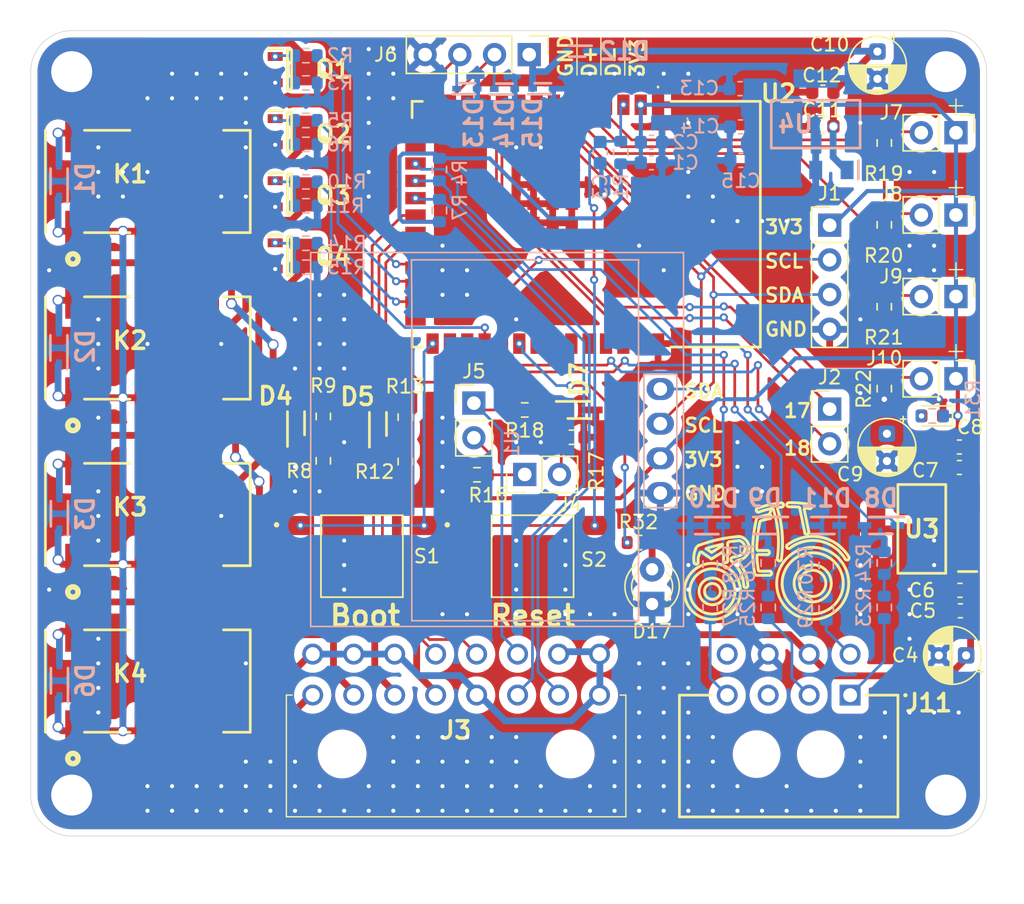
<source format=kicad_pcb>
(kicad_pcb (version 20241229) (generator "pcbnew") (generator_version "9.0")
  (layers (0 "F.Cu" signal) (2 "B.Cu" signal) (13 "F.Paste" user) (15 "B.Paste" user) (5 "F.SilkS" user "F.Silkscreen") (7 "B.SilkS" user "B.Silkscreen") (1 "F.Mask" user) (3 "B.Mask" user) (25 "Edge.Cuts" user))
  (net 0 "")
  (net 1 "+3V3")
  (net 2 "GND")
  (net 3 "/Microcontroller/CHIP_PU")
  (net 4 "+12V")
  (net 5 "Net-(D1-A)")
  (net 6 "Net-(D2-A)")
  (net 7 "Net-(D3-A)")
  (net 8 "/Microcontroller/GPIO13")
  (net 9 "/Microcontroller/GPIO14")
  (net 10 "Net-(D6-A)")
  (net 11 "/Microcontroller/GPIO12")
  (net 12 "/Microcontroller/GPIO4")
  (net 13 "/Microcontroller/GPIO5")
  (net 14 "Net-(J4-Pin_1)")
  (net 15 "/Microcontroller/GPIO9")
  (net 16 "/Microcontroller/GPIO6")
  (net 17 "/Microcontroller/GPIO7")
  (net 18 "/Microcontroller/GPIO15")
  (net 19 "/Microcontroller/GPIO16")
  (net 20 "unconnected-(U2A-IO45-Pad26)")
  (net 29 "/Microcontroller/USB_D+")
  (net 34 "/Microcontroller/USB_D-")
  (net 38 "Net-(D12-A)")
  (net 40 "+5V")
  (net 41 "Net-(Q1-G)")
  (net 42 "Net-(Q2-G)")
  (net 43 "Net-(Q3-G)")
  (net 44 "/Microcontroller/GPIO21")
  (net 45 "/Microcontroller/GPIO10")
  (net 46 "/Microcontroller/GPIO47")
  (net 47 "/Microcontroller/GPIO11")
  (net 48 "/InputOutput_BigConn/out1")
  (net 49 "/Microcontroller/GPIO48")
  (net 50 "/InputOutput_BigConn/out4")
  (net 52 "/Microcontroller/GPIO40")
  (net 53 "/Microcontroller/GPIO2")
  (net 54 "/Microcontroller/GPIO18")
  (net 55 "/Microcontroller/GPIO39")
  (net 56 "/Microcontroller/GPIO0")
  (net 57 "/Microcontroller/TXD0")
  (net 58 "/Microcontroller/GPIO42")
  (net 59 "/Microcontroller/GPIO1")
  (net 60 "/Microcontroller/GPIO41")
  (net 61 "/Microcontroller/GPIO37")
  (net 62 "/InputOutput_BigConn/out2")
  (net 63 "/InputOutput_BigConn/sm2")
  (net 65 "/InputOutput_BigConn/out3")
  (net 66 "/InputOutput_BigConn/sm1")
  (net 67 "/Microcontroller/GPIO8")
  (net 68 "/Microcontroller/RXD0")
  (net 69 "/Microcontroller/GPIO38")
  (net 70 "/Microcontroller/GPIO35")
  (net 71 "/Microcontroller/GPIO17")
  (net 72 "/Microcontroller/GPIO36")
  (net 73 "/InputOutput_BigConn/cg")
  (net 74 "/TG_Speed")
  (net 75 "/3P_Pos")
  (net 76 "/PTO_Speed")
  (net 77 "/ThG_Speed")
  (net 79 "/3P_W{slash}NW")
  (net 80 "Net-(D16-A)")
  (net 81 "Net-(Q4-G)")
  (net 82 "Net-(D17-A)")
  (footprint "Samacsys:SOD2512X110N" (layer "F.Cu") (at 130.175 67.785)
    (property "Reference" "D7")
    (property "Value" "3.3V" (hide yes))
  )
  (footprint "Capacitor_SMD:C_0603_1608Metric" (layer "F.Cu") (at 158 72)
    (property "Reference" "C7")
    (property "Value" "10uF")
  )
  (footprint "Capacitor_SMD:C_0603_1608Metric" (layer "F.Cu") (at 148 44.5 180)
    (property "Reference" "C12")
    (property "Value" "10uF")
  )
  (footprint "Capacitor_THT:CP_Radial_D4.0mm_P2.00mm" (layer "F.Cu") (at 158.492555 85.766318 180)
    (property "Reference" "C4")
    (property "Value" "xuF")
  )
  (footprint "Samacsys:SOD2512X110N" (layer "F.Cu") (at 115.425 68.81 90)
    (property "Reference" "D5")
    (property "Value" "3.3V" (hide yes))
  )
  (footprint "Connector_PinHeader_2.54mm:PinHeader_1x02_P2.54mm_Vertical" (layer "F.Cu") (at 126.175 72.51 90)
    (property "Reference" "J4")
    (property "Value" "Conn_01x02_Pin")
  )
  (footprint "Samacsys:SOT96P240X110-3N" (layer "F.Cu") (at 108.95 47.4)
    (property "Reference" "Q2")
    (property "Value" "DMN62D0U-7" (hide yes))
  )
  (footprint "Connector_PinHeader_2.54mm:PinHeader_1x02_P2.54mm_Vertical" (layer "F.Cu") (at 157.75 65.5 -90)
    (property "Reference" "J10")
    (property "Value" "Conn_01x02_Pin")
  )
  (footprint "Connector_PinHeader_2.54mm:PinHeader_1x04_P2.54mm_Vertical" (layer "F.Cu") (at 126.5 41.75 -90)
    (property "Reference" "J6")
    (property "Value" "Conn_01x04_Pin" (hide yes))
  )
  (footprint "Resistor_SMD:R_0603_1608Metric" (layer "F.Cu") (at 152.5 60.225 -90)
    (property "Reference" "R21")
    (property "Value" "10k")
  )
  (footprint "Samacsys:SW_1571563-6" (layer "F.Cu") (at 114.25 78.5)
    (property "Reference" "S1")
    (property "Value" "1571563-6")
  )
  (footprint "Capacitor_SMD:C_0603_1608Metric" (layer "F.Cu") (at 158 70.5)
    (property "Reference" "C8")
    (property "Value" "xuF")
  )
  (footprint "Samacsys:EE2-5NU" (layer "F.Cu") (at 91.075 75.445)
    (property "Reference" "K3")
    (property "Value" "EE2-5NU" (hide yes))
  )
  (footprint "Connector_PinHeader_2.54mm:PinHeader_1x02_P2.54mm_Vertical" (layer "F.Cu") (at 157.75 59.475 -90)
    (property "Reference" "J9")
    (property "Value" "Conn_01x02_Pin")
  )
  (footprint "Samacsys:SOT230P700X180-4N" (layer "F.Cu") (at 155.25 76.5 180)
    (property "Reference" "U3")
    (property "Value" "LT1963AEST-3.3#TRPBF" (hide yes))
  )
  (footprint "Samacsys:37946198" (layer "F.Cu") (at 150 88.68)
    (property "Reference" "J11")
    (property "Value" "3-794619-8" (hide yes))
  )
  (footprint "Connector_PinHeader_2.54mm:PinHeader_1x02_P2.54mm_Vertical" (layer "F.Cu") (at 122.45 67.285)
    (property "Reference" "J5")
    (property "Value" "Conn_01x02_Pin")
  )
  (footprint "Capacitor_SMD:C_0603_1608Metric" (layer "F.Cu") (at 158.045 81 180)
    (property "Reference" "C6")
    (property "Value" "10uF")
  )
  (footprint "Resistor_SMD:R_0603_1608Metric" (layer "F.Cu") (at 134.5 77.5)
    (property "Reference" "R32")
    (property "Value" "100")
  )
  (footprint "Samacsys:SW_1571563-6" (layer "F.Cu") (at 126.75 78.5)
    (property "Reference" "S2")
    (property "Value" "1571563-6")
  )
  (footprint "Capacitor_THT:CP_Radial_D4.0mm_P2.00mm" (layer "F.Cu") (at 152 41.527401 -90)
    (property "Reference" "C10")
    (property "Value" "xuF")
  )
  (footprint "LED_SMD:LED_0603_1608Metric" (layer "F.Cu") (at 156.011457 68.222658 180)
    (property "Reference" "D16" (hide yes))
    (property "Value" "LED")
  )
  (footprint "Samacsys:SOT96P240X110-3N" (layer "F.Cu") (at 108.95 56.5)
    (property "Reference" "Q4")
    (property "Value" "DMN62D0U-7" (hide yes))
  )
  (footprint "Capacitor_SMD:C_0603_1608Metric" (layer "F.Cu") (at 148 47.01 180)
    (property "Reference" "C11")
    (property "Value" "xuF")
  )
  (footprint "Samacsys:SOD2512X110N" (layer "F.Cu") (at 109.425 68.76 90)
    (property "Reference" "D4")
    (property "Value" "3.3V" (hide yes))
  )
  (footprint "Samacsys:EE2-5NU" (layer "F.Cu") (at 91.075 51.045)
    (property "Reference" "K1")
    (property "Value" "EE2-5NU" (hide yes))
  )
  (footprint "LED_THT:LED_D3.0mm" (layer "F.Cu") (at 135.5 82 90)
    (property "Reference" "D17")
    (property "Value" "LED")
  )
  (footprint "Samacsys:SOT96P240X110-3N" (layer "F.Cu") (at 108.95 42.85)
    (property "Reference" "Q1")
    (property "Value" "DMN62D0U-7" (hide yes))
  )
  (footprint "Resistor_SMD:R_0603_1608Metric" (layer "F.Cu") (at 122.675 72.535)
    (property "Reference" "R16")
    (property "Value" "10k")
  )
  (footprint "Resistor_SMD:R_0603_1608Metric" (layer "F.Cu") (at 152.5 66.225 -90)
    (property "Reference" "R22")
    (property "Value" "10k")
  )
  (footprint "Resistor_SMD:R_0603_1608Metric" (layer "F.Cu") (at 111.425 71.51 90)
    (property "Reference" "R8")
    (property "Value" "10k")
  )
  (footprint "Connector_PinHeader_2.54mm:PinHeader_1x04_P2.54mm_Vertical" (layer "F.Cu") (at 148.5 54.25)
    (property "Reference" "J1")
    (property "Value" "Conn_01x04_Pin")
  )
  (footprint "Connector_PinHeader_2.54mm:PinHeader_1x02_P2.54mm_Vertical" (layer "F.Cu") (at 157.75 53.5 -90)
    (property "Reference" "J8")
    (property "Value" "Conn_01x02_Pin")
  )
  (footprint "Samacsys:SOT96P240X110-3N" (layer "F.Cu") (at 108.95 51.95)
    (property "Reference" "Q3")
    (property "Value" "DMN62D0U-7" (hide yes))
  )
  (footprint "Samacsys:ESP32S3WROOM1N4" (layer "F.Cu") (at 130.425 54.175 -90)
    (property "Reference" "U2")
    (property "Value" "ESP32-S3-WROOM-1-N4" (hide yes))
  )
  (footprint "Connector_PinHeader_2.54mm:PinHeader_1x02_P2.54mm_Vertical" (layer "F.Cu") (at 148.5 67.725)
    (property "Reference" "J2")
    (property "Value" "Conn_01x02_Pin")
  )
  (footprint "Resistor_SMD:R_0603_1608Metric" (layer "F.Cu") (at 111.425 68.26 90)
    (property "Reference" "R9")
    (property "Value" "2.8k")
  )
  (footprint "Resistor_SMD:R_0603_1608Metric" (layer "F.Cu") (at 152.5 48.225 -90)
    (property "Reference" "R19")
    (property "Value" "10k")
  )
  (footprint "Resistor_SMD:R_0603_1608Metric" (layer "F.Cu") (at 117.425 68.31 90)
    (property "Reference" "R13")
    (property "Value" "2.8k")
  )
  (footprint "Resistor_SMD:R_0603_1608Metric" (layer "F.Cu") (at 129.675 69.785)
    (property "Reference" "R17")
    (property "Value" "2.8k")
  )
  (footprint "Samacsys:EE2-5NU" (layer "F.Cu") (at 91.075 63.245)
    (property "Reference" "K2")
    (property "Value" "EE2-5NU" (hide yes))
  )
  (footprint "Resistor_SMD:R_0603_1608Metric" (layer "F.Cu") (at 152.5 54.225 -90)
    (property "Reference" "R20")
    (property "Value" "10k")
  )
  (footprint "Capacitor_SMD:C_0603_1608Metric" (layer "F.Cu") (at 158.07 82.5 180)
    (property "Reference" "C5")
    (property "Value" "xuF")
  )
  (footprint "Samacsys:EE2-5NU" (layer "F.Cu") (at 91.075 87.645)
    (property "Reference" "K4")
    (property "Value" "EE2-5NU" (hide yes))
  )
  (footprint "Samacsys:47946196" (layer "F.Cu") (at 131.65 85.6725)
    (property "Reference" "J3")
    (property "Value" "4-794619-6" (hide yes))
  )
  (footprint "Resistor_SMD:R_0603_1608Metric" (layer "F.Cu") (at 126.175 67.785)
    (property "Reference" "R18")
    (property "Value" "10k")
  )
  (footprint "Resistor_SMD:R_0603_1608Metric" (layer "F.Cu") (at 117.425 71.56 90)
    (property "Reference" "R12")
    (property "Value" "10k")
  )
  (footprint "Connector_PinHeader_2.54mm:PinHeader_1x02_P2.54mm_Vertical" (layer "F.Cu") (at 157.75 47.475 -90)
    (property "Reference" "J7")
    (property "Value" "Conn_01x02_Pin")
  )
  (footprint "Capacitor_THT:CP_Radial_D4.0mm_P2.00mm" (layer "F.Cu") (at 152.693434 69.5274 -90)
    (property "Reference" "C9")
    (property "Value" "xuF")
  )
  (footprint "Resistor_SMD:R_0603_1608Metric" (layer "B.Cu") (at 110.15 51.075 180)
    (property "Reference" "R10")
    (property "Value" "10")
  )
  (footprint "Samacsys:SODFL1608X70N" (layer "B.Cu") (at 127.5 44.25)
    (property "Reference" "D15")
    (property "Value" "SZESD5B5.0ST5G" (hide yes))
  )
  (footprint "Resistor_SMD:R_0603_1608Metric" (layer "B.Cu") (at 148.25 79.175 90)
    (property "Reference" "R30")
    (property "Value" "2.8k")
  )
  (footprint "Capacitor_SMD:C_0603_1608Metric" (layer "B.Cu") (at 141.97762 47.0465 180)
    (property "Reference" "C14")
    (property "Value" "xuF")
  )
  (footprint "Capacitor_SMD:C_0603_1608Metric" (layer "B.Cu") (at 135.45 48.175)
    (property "Reference" "C2")
    (property "Value" "0.1uF")
  )
  (footprint "Resistor_SMD:R_0603_1608Metric" (layer "B.Cu") (at 133.2 48.925 90)
    (property "Reference" "R1")
    (property "Value" "10k")
  )
  (footprint "Resistor_SMD:R_0603_1608Metric" (layer "B.Cu") (at 144 79 90)
    (property "Reference" "R26")
    (property "Value" "2.8k" (hide yes))
  )
  (footprint "Capacitor_SMD:C_0603_1608Metric" (layer "B.Cu") (at 141.938241 44.245537 180)
    (property "Reference" "C13")
    (property "Value" "10uF")
  )
  (footprint "Resistor_SMD:R_0603_1608Metric" (layer "B.Cu") (at 110.15 55.575 180)
    (property "Reference" "R14")
    (property "Value" "10")
  )
  (footprint "Capacitor_SMD:C_0603_1608Metric" (layer "B.Cu") (at 135.45 49.675)
    (property "Reference" "C1")
    (property "Value" "10uF")
  )
  (footprint "Resistor_SMD:R_0603_1608Metric" (layer "B.Cu") (at 110.15 41.825 180)
    (property "Reference" "R2")
    (property "Value" "10")
  )
  (footprint "Resistor_SMD:R_0603_1608Metric" (layer "B.Cu") (at 110.15 48.325 180)
    (property "Reference" "R6")
    (property "Value" "10k")
  )
  (footprint "Resistor_SMD:R_0603_1608Metric" (layer "B.Cu") (at 110.15 52.825 180)
    (property "Reference" "R11")
    (property "Value" "10k")
  )
  (footprint "Resistor_SMD:R_0603_1608Metric" (layer "B.Cu") (at 148.25 82.35 90)
    (property "Reference" "R29")
    (property "Value" "10k")
  )
  (footprint "Resistor_SMD:R_0603_1608Metric" (layer "B.Cu") (at 110.15 46.575 180)
    (property "Reference" "R5")
    (property "Value" "10")
  )
  (footprint "Samacsys:SOD2512X110N" (layer "B.Cu") (at 148 76.25 180)
    (property "Reference" "D11")
    (property "Value" "3.3V" (hide yes))
  )
  (footprint "Samacsys:SOT230P700X180-4N" (layer "B.Cu") (at 147.47762 46.85 90)
    (property "Reference" "U4")
    (property "Value" "LT1963AEST-3.3#TRPBF" (hide yes))
  )
  (footprint "Samacsys:SODFL2512X90N" (layer "B.Cu") (at 92.101551 87.620552 90)
    (property "Reference" "D6")
    (property "Value" "D" (hide yes))
  )
  (footprint "Capacitor_SMD:C_0603_1608Metric" (layer "B.Cu") (at 131.7 48.925 -90)
    (property "Reference" "C3")
    (property "Value" "1uF")
  )
  (footprint "Resistor_SMD:R_0603_1608Metric" (layer "B.Cu") (at 119.925 50.175 -90)
    (property "Reference" "R4")
    (property "Value" "10k")
  )
  (footprint "Samacsys:SOD2512X110N" (layer "B.Cu") (at 152.25 76.25 180)
    (property "Reference" "D8")
    (property "Value" "3.3V" (hide yes))
  )
  (footprint "Samacsys:SODFL2512X90N" (layer "B.Cu") (at 92.098888 75.391233 90)
    (property "Reference" "D3")
    (property "Value" "D" (hide yes))
  )
  (footprint "Samacsys:SODFL1608X70N" (layer "B.Cu") (at 124.69 44.276476)
    (property "Reference" "D14")
    (property "Value" "SZESD5B5.0ST5G" (hide yes))
  )
  (footprint "Resistor_SMD:R_0603_1608Metric" (layer "B.Cu") (at 110.15 57.325 180)
    (property "Reference" "R15")
    (property "Value" "10k")
  )
  (footprint "Resistor_SMD:R_0603_1608Metric" (layer "B.Cu") (at 156.011457 68.222658 180)
    (property "Reference" "R31")
    (property "Value" "100")
  )
  (footprint "Resistor_SMD:R_0603_1608Metric" (layer "B.Cu") (at 152.5 79 90)
    (property "Reference" "R24")
    (property "Value" "2.8k")
  )
  (footprint "Samacsys:SODFL1608X70N" (layer "B.Cu") (at 130 41.5 180)
    (property "Reference" "D12")
    (property "Value" "D" (hide yes))
  )
  (footprint "Resistor_SMD:R_0603_1608Metric" (layer "B.Cu") (at 110.15 43.825 180)
    (property "Reference" "R3")
    (property "Value" "10k")
  )
  (footprint "Samacsys:SOD2512X110N" (layer "B.Cu") (at 139.5 76.26134 180)
    (property "Reference" "D10")
    (property "Value" "3.3V" (hide yes))
  )
  (footprint "Resistor_SMD:R_0603_1608Metric" (layer "B.Cu") (at 144 82.25 90)
    (property "Reference" "R25")
    (property "Value" "10k")
  )
  (footprint "Samacsys:SODFL2512X90N" (layer "B.Cu") (at 92.075 51.025 90)
    (property "Reference" "D1")
    (property "Value" "D" (hide yes))
  )
  (footprint "Screen:128x64OLED" (layer "B.Cu") (at 125.5 70.25 90)
    (property "Reference" "U1")
    (property "Value" "Oled64x128")
  )
  (footprint "Resistor_SMD:R_0603_1608Metric" (layer "B.Cu") (at 139.75 79.08634 90)
    (property "Reference" "R28")
    (property "Value" "2.8k")
  )
  (footprint "Resistor_SMD:R_0603_1608Metric" (layer "B.Cu") (at 119.925 53.175 90)
    (property "Reference" "R7")
    (property "Value" "10k")
  )
  (footprint "Capacitor_SMD:C_0603_1608Metric" (layer "B.Cu") (at 142 49.5 180)
    (property "Reference" "C15")
    (property "Value" "xuF")
  )
  (footprint "Resistor_SMD:R_0603_1608Metric" (layer "B.Cu") (at 139.75 82.26134 90)
    (property "Reference" "R27")
    (property "Value" "10k")
  )
  (footprint "Samacsys:SOD2512X110N" (layer "B.Cu") (at 143.75 76.25 180)
    (property "Reference" "D9")
    (property "Value" "3.3V" (hide yes))
  )
  (footprint "Samacsys:SODFL1608X70N" (layer "B.Cu") (at 121.94 44.25)
    (property "Reference" "D13")
    (property "Value" "SZESD5B5.0ST5G" (hide yes))
  )
  (footprint "Resistor_SMD:R_0603_1608Metric" (layer "B.Cu") (at 152.5 82.25 90)
    (property "Reference" "R23")
    (property "Value" "10k")
  )
  (footprint "Samacsys:SODFL2512X90N" (layer "B.Cu") (at 92.062612 63.24298 90)
    (property "Reference" "D2")
    (property "Value" "D" (hide yes))
  )
  (gr_line (start 144.125684 79.90002) (end 143.162314 79.90002) (stroke (width 0.211)) (layer "F.SilkS"))
  (gr_line (start 143.968207 78.379978) (end 143.272814 78.379978) (stroke (width 0.211)) (layer "F.SilkS"))
  (gr_arc (start 143.144359 75.764878) (mid 143.180446 75.698259) (end 143.244499 75.657809) (stroke (width 0.211)) (layer "F.SilkS"))
  (gr_arc (start 149.911458 78.570594) (mid 149.832098 78.766308) (end 149.634523 78.691722) (stroke (width 0.211)) (layer "F.SilkS"))
  (gr_arc (start 144.686562 75.048261) (mid 144.698671 74.96442) (end 144.773757 74.919712) (stroke (width 0.211)) (layer "F.SilkS"))
  (gr_arc (start 142.046804 77.088659) (mid 142.60456 77.885095) (end 141.832746 78.784432) (stroke (width 0.211)) (layer "F.SilkS"))
  (gr_arc (start 145.501066 74.881184) (mid 145.361385 74.73816) (end 145.484484 74.580627) (stroke (width 0.211)) (layer "F.SilkS"))
  (gr_line (start 141.828461 77.361476) (end 141.159815 77.437376) (stroke (width 0.211)) (layer "F.SilkS"))
  (gr_line (start 146.757314 74.964282) (end 147.022192 75.014115) (stroke (width 0.211)) (layer "F.SilkS"))
  (gr_arc (start 143.162314 79.90002) (mid 143.066025 79.865042) (end 143.014667 79.776398) (stroke (width 0.211)) (layer "F.SilkS"))
  (gr_arc (start 141.33451 78.878825) (mid 141.271632 78.701674) (end 141.412231 78.576971) (stroke (width 0.211)) (layer "F.SilkS"))
  (gr_arc (start 138.700319 77.932215) (mid 138.803931 77.785485) (end 138.956679 77.690966) (stroke (width 0.211)) (layer "F.SilkS"))
  (gr_line (start 130 43.25) (end 130 40.5) (stroke (width 0.1)) (layer "F.SilkS"))
  (gr_line (start 142.091045 78.710752) (end 141.832746 78.784432) (stroke (width 0.211)) (layer "F.SilkS"))
  (gr_arc (start 143.1729 78.484334) (mid 143.200577 78.410833) (end 143.272814 78.379987) (stroke (width 0.211)) (layer "F.SilkS"))
  (gr_line (start 157.75 45) (end 157.75 46) (stroke (width 0.1)) (layer "F.SilkS"))
  (gr_circle (center 139.914584 81.077399) (end 141.973465 81.077399) (stroke (width 0.211)) (fill no) (layer "F.SilkS"))
  (gr_arc (start 140.579221 78.245286) (mid 140.680448 78.24308) (end 140.73171 78.330395) (stroke (width 0.211)) (layer "F.SilkS"))
  (gr_arc (start 142.5106 80.673255) (mid 142.365192 80.809714) (end 142.210775 80.683523) (stroke (width 0.211)) (layer "F.SilkS"))
  (gr_arc (start 145.484484 74.580627) (mid 146.286483 74.603148) (end 147.079944 74.722011) (stroke (width 0.211)) (layer "F.SilkS"))
  (gr_arc (start 141.711673 78.818967) (mid 142.286447 79.670577) (end 142.5106 80.673255) (stroke (width 0.211)) (layer "F.SilkS"))
  (gr_line (start 139.456345 77.940605) (end 139.856905 78.220828) (stroke (width 0.211)) (layer "F.SilkS"))
  (gr_arc (start 143.244499 75.657809) (mid 143.659774 75.540712) (end 144.081944 75.451619) (stroke (width 0.211)) (layer "F.SilkS"))
  (gr_arc (start 141.33451 78.878825) (mid 141.964547 79.687994) (end 142.210775 80.683523) (stroke (width 0.211)) (layer "F.SilkS"))
  (gr_line (start 139.856905 78.220828) (end 140.631696 77.742958) (stroke (width 0.211)) (layer "F.SilkS"))
  (gr_line (start 140.73171 78.801246) (end 140.73171 78.330395) (stroke (width 0.211)) (layer "F.SilkS"))
  (gr_line (start 143.272814 78.379987) (end 143.272814 78.379978) (stroke (width 0.211)) (layer "F.SilkS"))
  (gr_circle (center 139.914584 81.077399) (end 141.573465 81.077399) (stroke (width 0.211)) (fill no) (layer "F.SilkS"))
  (gr_circle (center 147.25787 80.488625) (end 149.894846 80.488625) (stroke (width 0.211)) (fill no) (layer "F.SilkS"))
  (gr_arc (start 145.128085 74.753342) (mid 145.086897 74.852226) (end 144.990255 74.898396) (stroke (width 0.211)) (layer "F.SilkS"))
  (gr_arc (start 141.971516 77.382814) (mid 142.304876 77.904548) (end 141.9798 78.431486) (stroke (width 0.211)) (layer "F.SilkS"))
  (gr_arc (start 143.264514 78.079978) (mid 143.193441 78.050317) (end 143.164513 77.978939) (stroke (width 0.211)) (layer "F.SilkS"))
  (gr_line (start 144.773757 74.919712) (end 144.990255 74.898396) (stroke (width 0.211)) (layer "F.SilkS"))
  (gr_arc (start 145.124813 74.71612) (mid 145.12754 74.734635) (end 145.128085 74.753342) (stroke (width 0.211)) (layer "F.SilkS"))
  (gr_arc (start 144.686562 75.048261) (mid 145.027194 76.877977) (end 144.962755 78.738015) (stroke (width 0.211)) (layer "F.SilkS"))
  (gr_arc (start 141.03175 78.860338) (mid 140.854109 78.96961) (end 140.73171 78.801246) (stroke (width 0.211)) (layer "F.SilkS"))
  (gr_line (start 143.374014 79.60002) (end 144.125953 79.60002) (stroke (width 0.211)) (layer "F.SilkS"))
  (gr_line (start 133.5 43.25) (end 133.5 40.5) (stroke (width 0.1)) (layer "F.SilkS"))
  (gr_line (start 140.631696 77.742958) (end 140.63169 77.63086) (stroke (width 0.211)) (layer "F.SilkS"))
  (gr_circle (center 139.914584 81.077399) (end 140.892498 81.077399) (stroke (width 0.211)) (fill no) (layer "F.SilkS"))
  (gr_arc (start 143.402579 75.975513) (mid 143.42726 75.929328) (end 143.471908 75.901974) (stroke (width 0.211)) (layer "F.SilkS"))
  (gr_arc (start 141.846553 77.058551) (mid 141.948396 77.062189) (end 142.046804 77.088659) (stroke (width 0.211)) (layer "F.SilkS"))
  (gr_arc (start 143.374014 79.60002) (mid 143.308957 79.575972) (end 143.275207 79.515382) (stroke (width 0.211)) (layer "F.SilkS"))
  (gr_circle (center 147.25787 80.488625) (end 149.494846 80.488625) (stroke (width 0.211)) (fill no) (layer "F.SilkS"))
  (gr_arc (start 147.079944 74.722011) (mid 147.187526 74.894928) (end 147.022192 75.014115) (stroke (width 0.211)) (layer "F.SilkS"))
  (gr_arc (start 145.559576 77.928811) (mid 145.374015 77.882443) (end 145.376397 77.691227) (stroke (width 0.211)) (layer "F.SilkS"))
  (gr_line (start 141.031688 77.585802) (end 141.03175 78.860338) (stroke (width 0.211)) (layer "F.SilkS"))
  (gr_arc (start 146.63756 75.082101) (mid 146.663414 74.992578) (end 146.757314 74.964282) (stroke (width 0.211)) (layer "F.SilkS"))
  (gr_line (start 131.75 43.25) (end 131.75 40.5) (stroke (width 0.1)) (layer "F.SilkS"))
  (gr_arc (start 141.031688 77.585802) (mid 141.068175 77.487731) (end 141.159815 77.437376) (stroke (width 0.211)) (layer "F.SilkS"))
  (gr_arc (start 143.294594 75.273756) (mid 143.773782 75.117477) (end 144.263848 74.999668) (stroke (width 0.211)) (layer "F.SilkS"))
  (gr_arc (start 143.968038 78.079978) (mid 144.091733 78.229992) (end 143.968207 78.379978) (stroke (width 0.211)) (layer "F.SilkS"))
  (gr_circle (center 147.25787 80.488625) (end 148.618815 80.488625) (stroke (width 0.211)) (fill no) (layer "F.SilkS"))
  (gr_line (start 157.25 63.5) (end 158.25 63.5) (stroke (width 0.1)) (layer "F.SilkS"))
  (gr_arc (start 141.9798 78.431486) (mid 141.698291 78.513107) (end 141.412231 78.576971) (stroke (width 0.211)) (layer "F.SilkS"))
  (gr_line (start 140.579221 78.245286) (end 139.843077 78.69932) (stroke (width 0.211)) (layer "F.SilkS"))
  (gr_line (start 157.75 51) (end 157.75 52) (stroke (width 0.1)) (layer "F.SilkS"))
  (gr_line (start 157.25 51.5) (end 158.25 51.5) (stroke (width 0.1)) (layer "F.SilkS"))
  (gr_arc (start 143.164513 77.978939) (mid 143.229452 76.970798) (end 143.402579 75.975513) (stroke (width 0.211)) (layer "F.SilkS"))
  (gr_line (start 139.843077 78.69932) (end 139.1485 78.213408) (stroke (width 0.211)) (layer "F.SilkS"))
  (gr_line (start 144.263848 74.999668) (end 144.081944 75.451619) (stroke (width 0.211)) (layer "F.SilkS"))
  (gr_line (start 157.25 57.5) (end 158.25 57.5) (stroke (width 0.1)) (layer "F.SilkS"))
  (gr_arc (start 144.125953 79.60002) (mid 144.25 79.75) (end 144.125684 79.90002) (stroke (width 0.211)) (layer "F.SilkS"))
  (gr_line (start 157.75 63) (end 157.75 64) (stroke (width 0.1)) (layer "F.SilkS"))
  (gr_arc (start 139.456345 77.940605) (mid 140.039477 77.768506) (end 140.63169 77.63086) (stroke (width 0.211)) (layer "F.SilkS"))
  (gr_arc (start 138.876199 78.919555) (mid 138.755144 79.079048) (end 138.578962 78.984008) (stroke (width 0.211)) (layer "F.SilkS"))
  (gr_arc (start 138.956679 77.690966) (mid 140.379805 77.275089) (end 141.846553 77.058551) (stroke (width 0.211)) (layer "F.SilkS"))
  (gr_arc (start 139.004137 78.248225) (mid 139.069076 78.198588) (end 139.1485 78.213408) (stroke (width 0.211)) (layer "F.SilkS"))
  (gr_arc (start 143.294594 75.273756) (mid 143.132324 75.175099) (end 143.191564 74.994684) (stroke (width 0.211)) (layer "F.SilkS"))
  (gr_arc (start 141.828461 77.361476) (mid 141.909615 77.362897) (end 141.971516 77.382814) (stroke (width 0.211)) (layer "F.SilkS"))
  (gr_arc (start 145.376397 77.691227) (mid 147.842988 77.104315) (end 149.911458 78.570594) (stroke (width 0.211)) (layer "F.SilkS"))
  (gr_arc (start 146.977926 76.732144) (mid 146.856233 76.884696) (end 146.684121 76.792795) (stroke (width 0.211)) (layer "F.SilkS"))
  (gr_line (start 146.310304 74.980587) (end 146.684121 76.792795) (stroke (width 0.211)) (layer "F.SilkS"))
  (gr_arc (start 143.191564 74.994684) (mid 144.064879 74.73519) (end 144.965419 74.597184) (stroke (width 0.211)) (layer "F.SilkS"))
  (gr_arc (start 144.263848 74.999668) (mid 144.334434 75.011803) (end 144.378824 75.068012) (stroke (width 0.211)) (layer "F.SilkS"))
  (gr_arc (start 144.965419 74.597184) (mid 145.067646 74.626454) (end 145.124813 74.71612) (stroke (width 0.211)) (layer "F.SilkS"))
  (gr_line (start 157.25 45.5) (end 158.25 45.5) (stroke (width 0.1)) (layer "F.SilkS"))
  (gr_circle (center 139.914584 81.077399) (end 140.492498 81.077399) (stroke (width 0.211)) (fill no) (layer "F.SilkS"))
  (gr_arc (start 143.014667 79.776398) (mid 142.869057 77.763834) (end 143.144359 75.764878) (stroke (width 0.211)) (layer "F.SilkS"))
  (gr_line (start 157.75 57) (end 157.75 58) (stroke (width 0.1)) (layer "F.SilkS"))
  (gr_arc (start 144.378824 75.068012) (mid 144.725347 76.865506) (end 144.665836 78.69513) (stroke (width 0.211)) (layer "F.SilkS"))
  (gr_arc (start 143.471908 75.901974) (mid 143.800939 75.815339) (end 144.134255 75.747023) (stroke (width 0.211)) (layer "F.SilkS"))
  (gr_arc (start 138.578962 78.984008) (mid 138.560436 78.448974) (end 138.700319 77.932215) (stroke (width 0.211)) (layer "F.SilkS"))
  (gr_arc (start 143.275207 79.515382) (mid 143.209788 79.001273) (end 143.1729 78.484334) (stroke (width 0.211)) (layer "F.SilkS"))
  (gr_circle (center 147.25787 80.488625) (end 148.218815 80.488625) (stroke (width 0.211)) (fill no) (layer "F.SilkS"))
  (gr_arc (start 144.081944 75.451619) (mid 144.231158 75.577511) (end 144.134255 75.747023) (stroke (width 0.211)) (layer "F.SilkS"))
  (gr_line (start 146.977926 76.732144) (end 146.63756 75.082101) (stroke (width 0.211)) (layer "F.SilkS"))
  (gr_arc (start 145.559576 77.928811) (mid 147.768314 77.395498) (end 149.634523 78.691722) (stroke (width 0.211)) (layer "F.SilkS"))
  (gr_arc (start 138.876199 78.919555) (mid 138.887869 78.573921) (end 139.004137 78.248225) (stroke (width 0.211)) (layer "F.SilkS"))
  (gr_line (start 143.264514 78.079978) (end 143.968038 78.079978) (stroke (width 0.211)) (layer "F.SilkS"))
  (gr_arc (start 144.962755 78.738015) (mid 144.796415 78.840328) (end 144.665836 78.69513) (stroke (width 0.211)) (layer "F.SilkS"))
  (gr_arc (start 146.219697 74.89795) (mid 146.277917 74.922695) (end 146.310304 74.980587) (stroke (width 0.211)) (layer "F.SilkS"))
  (gr_arc (start 145.501066 74.881184) (mid 145.860619 74.879397) (end 146.219697 74.89795) (stroke (width 0.211)) (layer "F.SilkS"))
  (gr_arc (start 93 99) (mid 90.87868 98.12132) (end 90 96) (stroke (width 0.05)) (layer "Edge.Cuts"))
  (gr_line (start 93 40) (end 157 40) (stroke (width 0.05)) (layer "Edge.Cuts"))
  (gr_arc (start 157 40) (mid 159.12132 40.87868) (end 160 43) (stroke (width 0.05)) (layer "Edge.Cuts"))
  (gr_line (start 157 99) (end 93 99) (stroke (width 0.05)) (layer "Edge.Cuts"))
  (gr_arc (start 160 96) (mid 159.12132 98.12132) (end 157 99) (stroke (width 0.05)) (layer "Edge.Cuts"))
  (gr_line (start 160 43) (end 160 96) (stroke (width 0.05)) (layer "Edge.Cuts"))
  (gr_arc (start 90 43) (mid 90.87868 40.87868) (end 93 40) (stroke (width 0.05)) (layer "Edge.Cuts"))
  (gr_line (start 90 96) (end 90 43) (stroke (width 0.05)) (layer "Edge.Cuts"))
  (gr_text "SDA" (at 137.75 67 0) (layer "F.SilkS") (effects (font (size 1 1) (thickness 0.2) (bold yes)) (justify left bottom)))
  (gr_text "Boot" (at 111.75 83.75 0) (layer "F.SilkS") (effects (font (size 1.5 1.5) (thickness 0.3) (bold yes)) (justify left bottom)))
  (gr_text "D-" (at 133.25 43.5 90) (layer "F.SilkS") (effects (font (size 1 1) (thickness 0.2) (bold yes)) (justify left bottom)))
  (gr_text "D+" (at 131.5 43.5 90) (layer "F.SilkS") (effects (font (size 1 1) (thickness 0.2) (bold yes)) (justify left bottom)))
  (gr_text "3V3" (at 135 43.5 90) (layer "F.SilkS") (effects (font (size 1 1) (thickness 0.2) (bold yes)) (justify left bottom)))
  (gr_text "17" (at 145.05 68.425 0) (layer "F.SilkS") (effects (font (size 1 1) (thickness 0.2) (bold yes)) (justify left bottom)))
  (gr_text "3V3" (at 143.649791 54.964972 0) (layer "F.SilkS") (effects (font (size 1 1) (thickness 0.2) (bold yes)) (justify left bottom)))
  (gr_text "SDA" (at 143.649791 59.964972 0) (layer "F.SilkS") (effects (font (size 1 1) (thickness 0.2) (bold yes)) (justify left bottom)))
  (gr_text "18" (at 145.05 71.175 0) (layer "F.SilkS") (effects (font (size 1 1) (thickness 0.2) (bold yes)) (justify left bottom)))
  (gr_text "SCL" (at 137.75 69.5 0) (layer "F.SilkS") (effects (font (size 1 1) (thickness 0.2) (bold yes)) (justify left bottom)))
  (gr_text "GND" (at 129.75 43.5 90) (layer "F.SilkS") (effects (font (size 1 1) (thickness 0.2) (bold yes)) (justify left bottom)))
  (gr_text "GND" (at 143.649791 62.464972 0) (layer "F.SilkS") (effects (font (size 1 1) (thickness 0.2) (bold yes)) (justify left bottom)))
  (gr_text "GND" (at 137.75 74.5 0) (layer "F.SilkS") (effects (font (size 1 1) (thickness 0.2) (bold yes)) (justify left bottom)))
  (gr_text "SCL" (at 143.649791 57.464972 0) (layer "F.SilkS") (effects (font (size 1 1) (thickness 0.2) (bold yes)) (justify left bottom)))
  (gr_text "3V3" (at 137.75 72 0) (layer "F.SilkS") (effects (font (size 1 1) (thickness 0.2) (bold yes)) (justify left bottom)))
  (gr_text "Reset" (at 123.5 83.75 0) (layer "F.SilkS") (effects (font (size 1.5 1.5) (thickness 0.3) (bold yes)) (justify left bottom)))
  (segment (start 157.886457 65.636457) (end 157.886457 68.203891) (width 0.3) (layer "F.Cu") (net 1))
  (segment (start 123.25 74.25) (end 121.85 72.85) (width 0.3) (layer "F.Cu") (net 1))
  (segment (start 157.45 69.5) (end 157.225 69.725) (width 0.3) (layer "F.Cu") (net 1))
  (segment (start 152.693434 69.5274) (end 152.720834 69.5) (width 0.3) (layer "F.Cu") (net 1))
  (segment (start 133 74.25) (end 123.25 74.25) (width 0.3) (layer "F.Cu") (net 1))
  (segment (start 157.225 72) (end 157.225 70.5) (width 0.3) (layer "F.Cu") (net 1))
  (segment (start 133 74.25) (end 133.18 74.25) (width 0.3) (layer "F.Cu") (net 1))
  (segment (start 158.6 73.375) (end 157.225 72) (width 0.3) (layer "F.Cu") (net 1))
  (segment (start 152.720834 69.5) (end 157 69.5) (width 0.3) (layer "F.Cu") (net 1))
  (segment (start 157.886457 69.063543) (end 157.45 69.5) (width 0.3) (layer "F.Cu") (net 1))
  (segment (start 157.75 65.5) (end 157.886457 65.636457) (width 0.3) (layer "F.Cu") (net 1))
  (segment (start 157.45 69.5) (end 157 69.5) (width 0.3) (layer "F.Cu") (net 1))
  (segment (start 158.6 74.2) (end 158.6 73.375) (width 0.3) (layer "F.Cu") (net 1))
  (segment (start 121.85 72.85) (end 121.85 72.535) (width 0.3) (layer "F.Cu") (net 1))
  (segment (start 157.225 69.725) (end 157.225 70.5) (width 0.3) (layer "F.Cu") (net 1))
  (segment (start 157.886457 68.203891) (end 157.886457 69.063543) (width 0.3) (layer "F.Cu") (net 1))
  (segment (start 133.18 74.25) (end 136.1 71.33) (width 0.3) (layer "F.Cu") (net 1))
  (via (at 134.665 45.425) (size 0.7) (drill 0.4) (layers "F.Cu" "B.Cu") (net 1))
  (via (at 157.886457 68.203891) (size 0.7) (drill 0.4) (layers "F.Cu" "B.Cu") (net 1))
  (segment (start 157.75 63) (end 157.75 65.5) (width 0.3) (layer "B.Cu") (net 1))
  (segment (start 148.75 54.25) (end 151.25 51.75) (width 0.3) (layer "B.Cu") (net 1))
  (segment (start 136.1 71.33) (end 136.1 71.15) (width 0.3) (layer "B.Cu") (net 1))
  (segment (start 143 45.425) (end 156.175 45.425) (width 0.3) (layer "B.Cu") (net 1))
  (segment (start 117.25 54) (end 117 53.75) (width 0.3) (layer "B.Cu") (net 1))
  (segment (start 143.475 50.2) (end 142.775 49.5) (width 0.3) (layer "B.Cu") (net 1))
  (segment (start 123.6 49.35) (end 128 53.75) (width 0.3) (layer "B.Cu") (net 1))
  (segment (start 117 53.75) (end 117 49.25) (width 0.3) (layer "B.Cu") (net 1))
  (segment (start 134.675 48.175) (end 134.675 46.85) (width 0.3) (layer "B.Cu") (net 1))
  (segment (start 133.275 49.675) (end 133.2 49.75) (width 0.3) (layer "B.Cu") (net 1))
  (segment (start 142.75262 45.17762) (end 143 45.425) (width 0.3) (layer "B.Cu") (net 1))
  (segment (start 119.925 54) (end 117.25 54) (width 0.3) (layer "B.Cu") (net 1))
  (segment (start 133.2 52.3) (end 133.2 49.75) (width 0.3) (layer "B.Cu") (net 1))
  (segment (start 117.25 49) (end 119.575 49) (width 0.3) (layer "B.Cu") (net 1))
  (segment (start 157.86769 68.222658) (end 156.836457 68.222658) (width 0.3) (layer "B.Cu") (net 1))
  (segment (start 117 49.25) (end 117.25 49) (width 0.3) (layer "B.Cu") (net 1))
  (segment (start 134.675 49.675) (end 134.675 48.175) (width 0.3) (layer "B.Cu") (net 1))
  (segment (start 151.25 51.75) (end 157.75 51.75) (width 0.3) (layer "B.Cu") (net 1))
  (segment (start 131.75 53.75) (end 133.2 52.3) (width 0.3) (layer "B.Cu") (net 1))
  (segment (start 157.75 51.75) (end 157.75 53.5) (width 0.3) (layer "B.Cu") (net 1))
  (segment (start 134.675 45.435) (end 134.665 45.425) (width 0.3) (layer "B.Cu") (net 1))
  (segment (start 134.675 49.675) (end 133.275 49.675) (width 0.3) (layer "B.Cu") (net 1))
  (segment (start 157.75 47) (end 157.75 47.475) (width 0.3) (layer "B.Cu") (net 1))
  (segment (start 134.675 46.85) (end 134.675 45.435) (width 0.3) (layer "B.Cu") (net 1))
  (segment (start 136.1 71.15) (end 140.25 67) (width 0.3) (layer "B.Cu") (net 1))
  (segment (start 142.75262 45.67238) (end 142.75262 47.0465) (width 0.3) (layer "B.Cu") (net 1))
  (segment (start 157.75 47.475) (end 157.75 51.75) (width 0.3) (layer "B.Cu") (net 1))
  (segment (start 128 53.75) (end 128.25 53.75) (width 0.3) (layer "B.Cu") (net 1))
  (segment (start 142.75262 44.5365) (end 142.75262 45.17762) (width 0.3) (layer "B.Cu") (net 1))
  (segment (start 145.987928 64.012072) (end 145.987928 64) (width 0.3) (layer "B.Cu") (net 1))
  (segment (start 143 67) (end 145.987928 64.012072) (width 0.3) (layer "B.Cu") (net 1))
  (segment (start 142.75262 49.47762) (end 142.775 49.5) (width 0.3) (layer "B.Cu") (net 1))
  (segment (start 119.575 49) (end 119.925 49.35) (width 0.3) (layer "B.Cu") (net 1))
  (segment (start 134.665 45.425) (end 143 45.425) (width 0.3) (layer "B.Cu") (net 1))
  (segment (start 143 45.425) (end 142.75262 45.67238) (width 0.3) (layer "B.Cu") (net 1))
  (segment (start 140.25 67) (end 143 67) (width 0.3) (layer "B.Cu") (net 1))
  (segment (start 128.25 53.75) (end 131.75 53.75) (width 0.3) (layer "B.Cu") (net 1))
  (segment (start 142.75262 47.0465) (end 142.75262 49.47762) (width 0.3) (layer "B.Cu") (net 1))
  (segment (start 157.75 64) (end 157.75 63) (width 0.3) (layer "B.Cu") (net 1))
  (segment (start 145.17762 50.2) (end 143.475 50.2) (width 0.3) (layer "B.Cu") (net 1))
  (segment (start 119.925 49.35) (end 123.6 49.35) (width 0.3) (layer "B.Cu") (net 1))
  (segment (start 156.175 45.425) (end 157.75 47) (width 0.3) (layer "B.Cu") (net 1))
  (segment (start 157.75 59.475) (end 157.75 63) (width 0.3) (layer "B.Cu") (net 1))
  (segment (start 146 64) (end 157.75 64) (width 0.3) (layer "B.Cu") (net 1))
  (segment (start 157.75 53.5) (end 157.75 59.475) (width 0.3) (layer "B.Cu") (net 1))
  (segment (start 157.886457 68.203891) (end 157.86769 68.222658) (width 0.3) (layer "B.Cu") (net 1))
  (segment (start 156.798957 67.298957) (end 156.5 67) (width 0.2) (layer "F.Cu") (net 2))
  (segment (start 156.798957 68.222658) (end 156.798957 67.298957) (width 0.2) (layer "F.Cu") (net 2))
  (via (at 103.95 52.15) (size 0.6) (drill 0.3) (layers "F.Cu" "B.Cu") (net 2))
  (via (at 116.55 95.35) (size 0.6) (drill 0.3) (layers "F.Cu" "B.Cu") (net 2))
  (via (at 132.75 93.55) (size 0.6) (drill 0.3) (layers "F.Cu" "B.Cu") (net 2))
  (via (at 120.15 95.35) (size 0.6) (drill 0.3) (layers "F.Cu" "B.Cu") (net 2))
  (via (at 114.75 95.35) (size 0.6) (drill 0.3) (layers "F.Cu" "B.Cu") (net 2))
  (via (at 114.75 44.95) (size 0.6) (drill 0.3) (layers "F.Cu" "B.Cu") (net 2))
  (via (at 134.55 75.55) (size 0.6) (drill 0.3) (layers "F.Cu" "B.Cu") (net 2))
  (via (at 100.35 44.95) (size 0.6) (drill 0.3) (layers "F.Cu" "B.Cu") (net 2))
  (via (at 120.15 71.95) (size 0.6) (drill 0.3) (layers "F.Cu" "B.Cu") (net 2))
  (via (at 109.35 61.15) (size 0.6) (drill 0.3) (layers "F.Cu" "B.Cu") (net 2))
  (via (at 116.55 43.15) (size 0.6) (drill 0.3) (layers "F.Cu" "B.Cu") (net 2))
  (via (at 114.75 48.55) (size 0.6) (drill 0.3) (layers "F.Cu" "B.Cu") (net 2))
  (via (at 141.75 53.95) (size 0.6) (drill 0.3) (layers "F.Cu" "B.Cu") (net 2))
  (via (at 141.75 97.15) (size 0.6) (drill 0.3) (layers "F.Cu" "B.Cu") (net 2))
  (via (at 112.95 59.35) (size 0.6) (drill 0.3) (layers "F.Cu" "B.Cu") (net 2))
  (via (at 112.95 64.75) (size 0.6) (drill 0.3) (layers "F.Cu" "B.Cu") (net 2))
  (via (at 145.35 53.95) (size 0.6) (drill 0.3) (layers "F.Cu" "B.Cu") (net 2))
  (via (at 125.55 61.15) (size 0.6) (drill 0.3) (layers "F.Cu" "B.Cu") (net 2))
  (via (at 143.55 53.95) (size 0.6) (drill 0.3) (layers "F.Cu" "B.Cu") (net 2))
  (via (at 111.15 64.75) (size 0.6) (drill 0.3) (layers "F.Cu" "B.Cu") (net 2))
  (via (at 107.55 93.55) (size 0.6) (drill 0.3) (layers "F.Cu" "B.Cu") (net 2))
  (via (at 116.55 93.55) (size 0.6) (drill 0.3) (layers "F.Cu" "B.Cu") (net 2))
  (via (at 118.35 91.75) (size 0.6) (drill 0.3) (layers "F.Cu" "B.Cu") (net 2))
  (via (at 116.55 91.75) (size 0.6) (drill 0.3) (layers "F.Cu" "B.Cu") (net 2))
  (via (at 120.15 73.75) (size 0.6) (drill 0.3) (layers "F.Cu" "B.Cu") (net 2))
  (via (at 156.15 89.95) (size 0.6) (drill 0.3) (layers "F.Cu" "B.Cu") (net 2))
  (via (at 139.95 97.15) (size 0.6) (drill 0.3) (layers "F.Cu" "B.Cu") (net 2))
  (via (at 121.95 82.75) (size 0.6) (drill 0.3) (layers "F.Cu" "B.Cu") (net 2))
  (via (at 112.95 80.95) (size 0.6) (drill 0.3) (layers "F.Cu" "B.Cu") (net 2))
  (via (at 103.95 62.95) (size 0.6) (drill 0.3) (layers "F.Cu" "B.Cu") (net 2))
  (via (at 100.35 95.35) (size 0.6) (drill 0.3) (layers "F.Cu" "B.Cu") (net 2))
  (via (at 156.15 55.75) (size 0.6) (drill 0.3) (layers "F.Cu" "B.Cu") (net 2))
  (via (at 94.95 48.55) (size 0.6) (drill 0.3) (layers "F.Cu" "B.Cu") (net 2))
  (via (at 125.55 93.55) (size 0.6) (drill 0.3) (layers "F.Cu" "B.Cu") (net 2))
  (via (at 152.55 89.95) (size 0.6) (drill 0.3) (layers "F.Cu" "B.Cu") (net 2))
  (via (at 143.55 73.75) (size 0.6) (drill 0.3) (layers "F.Cu" "B.Cu") (net 2))
  (via (at 138.15 71.95) (size 0.6) (drill 0.3) (layers "F.Cu" "B.Cu") (net 2))
  (via (at 138.15 73.75) (size 0.6) (drill 0.3) (layers "F.Cu" "B.Cu") (net 2))
  (via (at 109.35 95.35) (size 0.6) (drill 0.3) (layers "F.Cu" "B.Cu") (net 2))
  (via (at 94.95 89.95) (size 0.6) (drill 0.3) (layers "F.Cu" "B.Cu") (net 2))
  (via (at 138.15 95.35) (size 0.6) (drill 0.3) (layers "F.Cu" "B.Cu") (net 2))
  (via (at 103.95 75.55) (size 0.6) (drill 0.3) (layers "F.Cu" "B.Cu") (net 2))
  (via (at 121.95 91.75) (size 0.6) (drill 0.3) (layers "F.Cu" "B.Cu") (net 2))
  (via (at 157 43) (size 4) (drill 3) (layers "F.Cu" "B.Cu") (net 2))
  (via (at 105.75 46.75) (size 0.6) (drill 0.3) (layers "F.Cu" "B.Cu") (net 2))
  (via (at 134.55 97.15) (size 0.6) (drill 0.3) (layers "F.Cu" "B.Cu") (net 2))
  (via (at 141.75 73.75) (size 0.6) (drill 0.3) (layers "F.Cu" "B.Cu") (net 2))
  (via (at 129.15 82.75) (size 0.6) (drill 0.3) (layers "F.Cu" "B.Cu") (net 2))
  (via (at 109.35 71.95) (size 0.6) (drill 0.3) (layers "F.Cu" "B.Cu") (net 2))
  (via (at 125.55 48.55) (size 0.6) (drill 0.3) (layers "F.Cu" "B.Cu") (net 2))
  (via (at 132.75 43.15) (size 0.6) (drill 0.3) (layers "F.Cu" "B.Cu") (net 2))
  (via (at 120.15 68.35) (size 0.6) (drill 0.3) (layers "F.Cu" "B.Cu") (net 2))
  (via (at 94.95 84.55) (size 0.6) (drill 0.3) (layers "F.Cu" "B.Cu") (net 2))
  (via (at 136.35 91.75) (size 0.6) (drill 0.3) (layers "F.Cu" "B.Cu") (net 2))
  (via (at 100.35 97.15) (size 0.6) (drill 0.3) (layers "F.Cu" "B.Cu") (net 2))
  (via (at 148.95 97.15) (size 0.6) (drill 0.3) (layers "F.Cu" "B.Cu") (net 2))
  (via (at 105.75 95.35) (size 0.6) (drill 0.3) (layers "F.Cu" "B.Cu") (net 2))
  (via (at 139.95 91.75) (size 0.6) (drill 0.3) (layers "F.Cu" "B.Cu") (net 2))
  (via (at 139.95 93.55) (size 0.6) (drill 0.3) (layers "F.Cu" "B.Cu") (net 2))
  (via (at 100.35 43.15) (size 0.6) (drill 0.3) (layers "F.Cu" "B.Cu") (net 2))
  (via (at 125.55 79.15) (size 0.6) (drill 0.3) (layers "F.Cu" "B.Cu") (net 2))
  (via (at 150.75 93.55) (size 0.6) (drill 0.3) (layers "F.Cu" "B.Cu") (net 2))
  (via (at 94.95 52.15) (size 0.6) (drill 0.3) (layers "F.Cu" "B.Cu") (net 2))
  (via (at 94.95 61.15) (size 0.6) (drill 0.3) (layers "F.Cu" "B.Cu") (net 2))
  (via (at 141.75 71.95) (size 0.6) (drill 0.3) (layers "F.Cu" "B.Cu") (net 2))
  (via (at 102.15 44.95) (size 0.6) (drill 0.3) (layers "F.Cu" "B.Cu") (net 2))
  (via (at 112.95 77.35) (size 0.6) (drill 0.3) (layers "F.Cu" "B.Cu") (net 2))
  (via (at 154.35 57.55) (size 0.6) (drill 0.3) (layers "F.Cu" "B.Cu") (net 2))
  (via (at 94.95 64.75) (size 0.6) (drill 0.3) (layers "F.Cu" "B.Cu") (net 2))
  (via (at 112.95 41.35) (size 0.6) (drill 0.3) (layers "F.Cu" "B.Cu") (net 2))
  (via (at 94.95 86.35) (size 0.6) (drill 0.3) (layers "F.Cu" "B.Cu") (net 2))
  (via (at 120.15 55.75) (size 0.6) (drill 0.3) (layers "F.Cu" "B.Cu") (net 2))
  (via (at 143.55 97.15) (size 0.6) (drill 0.3) (layers "F.Cu" "B.Cu") (net 2))
  (via (at 120.15 97.15) (size 0.6) (drill 0.3) (layers "F.Cu" "B.Cu") (net 2))
  (via (at 120.15 59.35) (size 0.6) (drill 0.3) (layers "F.Cu" "B.Cu") (net 2))
  (via (at 114.75 52.15) (size 0.6) (drill 0.3) (layers "F.Cu" "B.Cu") (net 2))
  (via (at 150.75 82.75) (size 0.6) (drill 0.3) (layers "F.Cu" "B.Cu") (net 2))
  (via (at 91.35 57.55) (size 0.6) (drill 0.3) (layers "F.Cu" "B.Cu") (net 2))
  (via (at 114.75 41.35) (size 0.6) (drill 0.3) (layers "F.Cu" "B.Cu") (net 2))
  (via (at 138.15 82.75) (size 0.6) (drill 0.3) (layers "F.Cu" "B.Cu") (net 2))
  (via (at 121.95 97.15) (size 0.6) (drill 0.3) (layers "F.Cu" "B.Cu") (net 2))
  (via (at 150.75 80.95) (size 0.6) (drill 0.3) (layers "F.Cu" "B.Cu") (net 2))
  (via (at 141.75 82.75) (size 0.6) (drill 0.3) (layers "F.Cu" "B.Cu") (net 2))
  (via (at 103.95 97.15) (size 0.6) (drill 0.3) (layers "F.Cu" "B.Cu") (net 2))
  (via (at 132.75 97.15) (size 0.6) (drill 0.3) (layers "F.Cu" "B.Cu") (net 2))
  (via (at 105.75 48.55) (size 0.6) (drill 0.3) (layers "F.Cu" "B.Cu") (net 2))
  (via (at 150.75 61.15) (size 0.6) (drill 0.3) (layers "F.Cu" "B.Cu") (net 2))
  (via (at 121.95 59.35) (size 0.6) (drill 0.3) (layers "F.Cu" "B.Cu") (net 2))
  (via (at 134.55 55.75) (size 0.6) (drill 0.3) (layers "F.Cu" "B.Cu") (net 2))
  (via (at 94.95 73.75) (size 0.6) (drill 0.3) (layers "F.Cu" "B.Cu") (net 2))
  (via (at 138.15 88.15) (size 0.6) (drill 0.3) (layers "F.Cu" "B.Cu") (net 2))
  (via (at 156.15 79.15) (size 0.6) (drill 0.3) (layers "F.Cu" "B.Cu") (net 2))
  (via (at 98.55 44.95) (size 0.6) (drill 0.3) (layers "F.Cu" "B.Cu") (net 2))
  (via (at 102.15 97.15) (size 0.6) (drill 0.3) (layers "F.Cu" "B.Cu") (net 2))
  (via (at 156.15 77.35) (size 0.6) (drill 0.3) (layers "F.Cu" "B.Cu") (net 2))
  (via (at 154.35 89.95) (size 0.6) (drill 0.3) (layers "F.Cu" "B.Cu") (net 2))
  (via (at 127.35 48.55) (size 0.6) (drill 0.3) (layers "F.Cu" "B.Cu") (net 2))
  (via (at 125.55 91.75) (size 0.6) (drill 0.3) (layers "F.Cu" "B.Cu") (net 2))
  (via (at 111.15 61.15) (size 0.6) (drill 0.3) (layers "F.Cu" "B.Cu") (net 2))
  (via (at 105.75 43.15) (size 0.6) (drill 0.3) (layers "F.Cu" "B.Cu") (net 2))
  (via (at 94.95 75.55) (size 0.6) (drill 0.3) (layers "F.Cu" "B.Cu") (net 2))
  (via (at 156.15 57.55) (size 0.6) (drill 0.3) (layers "F.Cu" "B.Cu") (net 2))
  (via (at 152.5 67) (size 0.7) (drill 0.4) (layers "F.Cu" "B.Cu") (net 2))
  (via (at 102.15 43.15) (size 0.6) (drill 0.3) (layers "F.Cu" "B.Cu") (net 2))
  (via (at 93 43) (size 4) (drill 3) (layers "F.Cu" "B.Cu") (net 2))
  (via (at 123.75 95.35) (size 0.6) (drill 0.3) (layers "F.Cu" "B.Cu") (net 2))
  (via (at 129.15 79.15) (size 0.6) (drill 0.3) (layers "F.Cu" "B.Cu") (net 2))
  (via (at 111.15 62.95) (size 0.6) (drill 0.3) (layers "F.Cu" "B.Cu") (net 2))
  (via (at 125.55 97.15) (size 0.6) (drill 0.3) (layers "F.Cu" "B.Cu") (net 2))
  (via (at 156.15 50.35) (size 0.6) (drill 0.3) (layers "F.Cu" "B.Cu") (net 2))
  (via (at 136.35 88.15) (size 0.6) (drill 0.3) (layers "F.Cu" "B.Cu") (net 2))
  (via (at 120.15 93.55) (size 0.6) (drill 0.3) (layers "F.Cu" "B.Cu") (net 2))
  (via (at 112.95 61.15) (size 0.6) (drill 0.3) (layers "F.Cu" "B.Cu") (net 2))
  (via (at 98.55 50.35) (size 0.6) (drill 0.3) (layers "F.Cu" "B.Cu") (net 2))
  (via (at 145.35 97.15) (size 0.6) (drill 0.3) (layers "F.Cu" "B.Cu") (net 2))
  (via (at 134.55 88.15) (size 0.6) (drill 0.3) (layers "F.Cu" "B.Cu") (net 2))
  (via (at 134.55 89.95) (size 0.6) (drill 0.3) (layers "F.Cu" "B.Cu") (net 2))
  (via (at 109.35 93.55) (size 0.6) (drill 0.3) (layers "F.Cu" "B.Cu") (net 2))
  (via (at 152.55 91.75) (size 0.6) (drill 0.3) (layers "F.Cu" "B.Cu") (net 2))
  (via (at 120.15 91.75) (size 0.6) (drill 0.3) (layers "F.Cu" "B.Cu") (net 2))
  (via (at 116.55 97.15) (size 0.6) (drill 0.3) (layers "F.Cu" "B.Cu") (net 2))
  (via (at 157.95 89.95) (size 0.6) (drill 0.3) (layers "F.Cu" "B.Cu") (net 2))
  (via (at 138.15 89.95) (size 0.6) (drill 0.3) (layers "F.Cu" "B.Cu") (net 2))
  (via (at 109.35 64.75) (size 0.6) (drill 0.3) (layers "F.Cu" "B.Cu") (net 2))
  (via (at 120.15 70.15) (size 0.6) (drill 0.3) (layers "F.Cu" "B.Cu") (net 2))
  (via (at 136.35 95.35) (size 0.6) (drill 0.3) (layers "F.Cu" "B.Cu") (net 2))
  (via (at 138.15 43.15) (size 0.6) (drill 0.3) (layers "F.Cu" "B.Cu") (net 2))
  (via (at 98.55 95.35) (size 0.6) (drill 0.3) (layers "F.Cu" "B.Cu") (net 2))
  (via (at 118.35 97.15) (size 0.6) (drill 0.3) (layers "F.Cu" "B.Cu") (net 2))
  (via (at 112.95 70.15) (size 0.6) (drill 0.3) (layers "F.Cu" "B.Cu") (net 2))
  (via (at 132 52) (size 0.6) (drill 0.3) (layers "F.Cu" "B.Cu") (net 2))
  (via (at 130.95 95.35) (size 0.6) (drill 0.3) (layers "F.Cu" "B.Cu") (net 2))
  (via (at 111.15 59.35) (size 0.6) (drill 0.3) (layers "F.Cu" "B.Cu") (net 2))
  (via (at 156.5 67) (size 0.6) (drill 0.3) (layers "F.Cu" "B.Cu") (net 2))
  (via (at 94.95 77.35) (size 0.6) (drill 0.3) (layers "F.Cu" "B.Cu") (net 2))
  (via (at 127.35 95.35) (size 0.6) (drill 0.3) (layers "F.Cu" "B.Cu") (net 2))
  (via (at 130.95 97.15) (size 0.6) (drill 0.3) (layers "F.Cu" "B.Cu") (net 2))
  (via (at 125.55 82.75) (size 0.6) (drill 0.3) (layers "F.Cu" "B.Cu") (net 2))
  (via (at 134.55 91.75) (size 0.6) (drill 0.3) (layers "F.Cu" "B.Cu") (net 2))
  (via (at 103.95 95.35) (size 0.6) (drill 0.3) (layers "F.Cu" "B.Cu") (net 2))
  (via (at 123.75 91.75) (size 0.6) (drill 0.3) (layers "F.Cu" "B.Cu") (net 2))
  (via (at 96.75 52.15) (size 0.6) (drill 0.3) (layers "F.Cu" "B.Cu") (net 2))
  (via (at 127.35 97.15) (size 0.6) (drill 0.3) (layers "F.Cu" "B.Cu") (net 2))
  (via (at 116.55 44.95) (size 0.6) (drill 0.3) (layers "F.Cu" "B.Cu") (net 2))
  (via (at 94.95 68.35) (size 0.6) (drill 0.3) (layers "F.Cu" "B.Cu") (net 2))
  (via (at 136.35 43.15) (size 0.6) (drill 0.3) (layers "F.Cu" "B.Cu") (net 2))
  (via (at 121.95 57.55) (size 0.6) (drill 0.3) (layers "F.Cu" "B.Cu") (net 2))
  (via (at 114.75 43.15) (size 0.6) (drill 0.3) (layers "F.Cu" "B.Cu") (net 2))
  (via (at 103.95 44.95) (size 0.6) (drill 0.3) (layers "F.Cu" "B.Cu") (net 2))
  (via (at 150.75 46.75) (size 0.6) (drill 0.3) (layers "F.Cu" "B.Cu") (net 2))
  (via (at 107.9 48.36) (size 0.6) (drill 0.3) (layers "F.Cu" "B.Cu") (net 2))
  (via (at 112.95 79.15) (size 0.6) (drill 0.3) (layers "F.Cu" "B.Cu") (net 2))
  (via (at 129.15 77.35) (size 0.6) (drill 0.3) (layers "F.Cu" "B.Cu") (net 2))
  (via (at 130.95 43.15) (size 0.6) (drill 0.3) (layers "F.Cu" "B.Cu") (net 2))
  (via (at 130.95 82.75) (size 0.6) (drill 0.3) (layers "F.Cu" "B.Cu") (net 2))
  (via (at 150.75 95.35) (size 0.6) (drill 0.3) (layers "F.Cu" "B.Cu") (net 2))
  (via (at 138.15 86.35) (size 0.6) (drill 0.3) (layers "F.Cu" "B.Cu") (net 2))
  (via (at 94.95 50.35) (size 0.6) (drill 0.3) (layers "F.Cu" "B.Cu") (net 2))
  (via (at 107.9 52.91) (size 0.6) (drill 0.3) (layers "F.Cu" "B.Cu") (net 2))
  (via (at 127.35 70.15) (size 0.6) (drill 0.3) (layers "F.Cu" "B.Cu") (net 2))
  (via (at 138.15 91.75) (size 0.6) (drill 0.3) (layers "F.Cu" "B.Cu") (net 2))
  (via (at 136.35 86.35) (size 0.6) (drill 0.3) (layers "F.Cu" "B.Cu") (net 2))
  (via (at 111.15 73.75) (size 0.6) (drill 0.3) (layers "F.Cu" "B.Cu") (net 2))
  (via (at 141.75 95.35) (size 0.6) (drill 0.3) (layers "F.Cu" "B.Cu") (net 2))
  (via (at 136.35 57.55) (size 0.6) (drill 0.3) (layers "F.Cu" "B.Cu") (net 2))
  (via (at 118.35 95.35) (size 0.6) (drill 0.3) (layers "F.Cu" "B.Cu") (net 2))
  (via (at 145.35 95.35) (size 0.6) (drill 0.3) (layers "F.Cu" "B.Cu") (net 2))
  (via (at 120.15 82.75) (size 0.6) (drill 0.3) (layers "F.Cu" "B.Cu") (net 2))
  (via (at 141.75 70.15) (size 0.6) (drill 0.3) (layers "F.Cu" "B.Cu") (net 2))
  (via (at 141.75 80.95) (size 0.6) (drill 0.3) (layers "F.Cu" "B.Cu") (net 2))
  (via (at 111.15 97.15) (size 0.6) (drill 0.3) (layers "F.Cu" "B.Cu") (net 2))
  (via (at 132.75 95.35) (size 0.6) (drill 0.3) (layers "F.Cu" "B.Cu") (net 2))
  (via (at 147.15 97.15) (size 0.6) (drill 0.3) (layers "F.Cu" "B.Cu") (net 2))
  (via (at 157 96) (size 4) (drill 3) (layers "F.Cu" "B.Cu") (net 2))
  (via (at 105.75 52.15) (size 0.6) (drill 0.3) (layers "F.Cu" "B.Cu") (net 2))
  (via (at 107.55 97.15) (size 0.6) (drill 0.3) (layers "F.Cu" "B.Cu") (net 2))
  (via (at 125.55 77.35) (size 0.6) (drill 0.3) (layers "F.Cu" "B.Cu") (net 2))
  (via (at 114.75 97.15) (size 0.6) (drill 0.3) (layers "F.Cu" "B.Cu") (net 2))
  (via (at 125.55 70.15) (size 0.6) (drill 0.3) (layers "F.Cu" "B.Cu") (net 2))
  (via (at 105.75 86.35) (size 0.6) (drill 0.3) (layers "F.Cu" "B.Cu") (net 2))
  (via (at 109.35 73.75) (size 0.6) (drill 0.3) (layers "F.Cu" "B.Cu") (net 2))
  (via (at 132.75 91.75) (size 0.6) (drill 0.3) (layers "F.Cu" "B.Cu") (net 2))
  (via (at 129.15 97.15) (size 0.6) (drill 0.3) (layers "F.Cu" "B.Cu") (net 2))
  (via (at 105.75 97.15) (size 0.6) (drill 0.3) (layers "F.Cu" "B.Cu") (net 2))
  (via (at 93 96) (size 4) (drill 3) (layers "F.Cu" "B.Cu") (net 2))
  (via (at 150.75 66.55) (size 0.6) (drill 0.3) (layers "F.Cu" "B.Cu") (net 2))
  (via (at 129.15 80.95) (size 0.6) (drill 0.3) (layers "F.Cu" "B.Cu") (net 2))
  (via (at 114.75 46.75) (size 0.6) (drill 0.3) (layers "F.Cu" "B.Cu") (net 2))
  (via (at 154.35 55.75) (size 0.6) (drill 0.3) (layers "F.Cu" "B.Cu") (net 2))
  (via (at 132.75 82.75) (size 0.6) (drill 0.3) (layers "F.Cu" "B.Cu") (net 2))
  (via (at 138.15 80.95) (size 0.6) (drill 0.3) (layers "F.Cu" "B.Cu") (net 2))
  (via (at 150.75 79.15) (size 0.6) (drill 0.3) (layers "F.Cu" "B.Cu") (net 2))
  (via (at 138.15 50.35) (size 0.6) (drill 0.3) (layers "F.Cu" "B.Cu") (net 2))
  (via (at 96.75 50.35) (size 0.6) (drill 0.3) (layers "F.Cu" "B.Cu") (net 2))
  (via (at 136.35 89.95) (size 0.6) (drill 0.3) (layers "F.Cu" "B.Cu") (net 2))
  (via (at 112.95 62.95) (size 0.6) (drill 0.3) (layers "F.Cu" "B.Cu") (net 2))
  (via (at 143.55 71.95) (size 0.6) (drill 0.3) (layers "F.Cu" "B.Cu") (net 2))
  (via (at 134.55 93.55) (size 0.6) (drill 0.3) (layers "F.Cu" "B.Cu") (net 2))
  (via (at 121.95 93.55) (size 0.6) (drill 0.3) (layers "F.Cu" "B.Cu") (net 2))
  (via (at 138.15 46.75) (size 0.6) (drill 0.3) (layers "F.Cu" "B.Cu") (net 2))
  (via (at 116.55 41.35) (size 0.6) (drill 0.3) (layers "F.Cu" "B.Cu") (net 2))
  (via (at 138.15 79.15) (size 0.6) (drill 0.3) (layers "F.Cu" "B.Cu") (net 2))
  (via (at 134.55 95.35) (size 0.6) (drill 0.3) (layers "F.Cu" "B.Cu") (net 2))
  (via (at 114.75 50.35) (size 0.6) (drill 0.3) (layers "F.Cu" "B.Cu") (net 2))
  (via (at 121.95 95.35) (size 0.6) (drill 0.3) (layers "F.Cu" "B.Cu") (net 2))
  (via (at 91.35 80.95) (size 0.6) (drill 0.3) (layers "F.Cu" "B.Cu") (net 2))
  (via (at 94.95 88.15) (size 0.6) (drill 0.3) (layers "F.Cu" "B.Cu") (net 2))
  (via (at 123.75 93.55) (size 0.6) (drill 0.3) (layers "F.Cu" "B.Cu") (net 2))
  (via (at 138.15 93.55) (size 0.6) (drill 0.3) (layers "F.Cu" "B.Cu") (net 2))
  (via (at 134.55 43.15) (size 0.6) (drill 0.3) (layers "F.Cu" "B.Cu") (net 2))
  (via (at 109.35 97.15) (size 0.6) (drill 0.3) (layers "F.Cu" "B.Cu") (net 2))
  (via (at 111.15 95.35) (size 0.6) (drill 0.3) (layers "F.Cu" "B.Cu") (net 2))
  (via (at 118.35 93.55) (size 0.6) (drill 0.3) (layers "F.Cu" "B.Cu") (net 2))
  (via (at 107.55 95.35) (size 0.6) (drill 0.3) (layers "F.Cu" "B.Cu") (net 2))
  (via (at 134.55 86.35) (size 0.6) (drill 0.3) (layers "F.Cu" "B.Cu") (net 2))
  (via (at 138.15 97.15) (size 0.6) (drill 0.3) (layers "F.Cu" "B.Cu") (net 2))
  (via (at 94.95 62.95) (size 0.6) (drill 0.3) (layers "F.Cu" "B.Cu") (net 2))
  (via (at 154.35 50.35) (size 0.6) (drill 0.3) (layers "F.Cu" "B.Cu") (net 2))
  (via (at 123.75 97.15) (size 0.6) (drill 0.3) (layers "F.Cu" "B.Cu") (net 2))
  (via (at 150.75 97.15) (size 0.6) (drill 0.3) (layers "F.Cu" "B.Cu") (net 2))
  (via (at 139.95 95.35) (size 0.6) (drill 0.3) (layers "F.Cu" "B.Cu") (net 2))
  (via (at 141.75 79.15) (size 0.6) (drill 0.3) (layers "F.Cu" "B.Cu") (net 2))
  (via (at 154.35 84.55) (size 0.6) (drill 0.3) (layers "F.Cu" "B.Cu") (net 2))
  (via (at 120.15 57.55) (size 0.6) (drill 0.3) (layers "F.Cu" "B.Cu") (net 2))
  (via (at 125.55 95.35) (size 0.6) (drill 0.3) (layers "F.Cu" "B.Cu") (net 2))
  (via (at 138.15 52.15) (size 0.6) (drill 0.3) (layers "F.Cu" "B.Cu") (net 2))
  (via (at 136.35 93.55) (size 0.6) (drill 0.3) (layers "F.Cu" "B.Cu") (net 2))
  (via (at 136.35 97.15) (size 0.6) (drill 0.3) (layers "F.Cu" "B.Cu") (net 2))
  (via (at 150.75 91.75) (size 0.6) (drill 0.3) (layers "F.Cu" "B.Cu") (net 2))
  (via (at 98.55 62.95) (size 0.6) (drill 0.3) (layers "F.Cu" "B.Cu") (net 2))
  (via (at 154.35 80.95) (size 0.6) (drill 0.3) (layers "F.Cu" "B.Cu") (net 2))
  (via (at 107.9 57.46) (size 0.6) (drill 0.3) (layers "F.Cu" "B.Cu") (net 2))
  (via (at 98.55 97.15) (size 0.6) (drill 0.3) (layers "F.Cu" "B.Cu") (net 2))
  (via (at 139.95 53.95) (size 0.6) (drill 0.3) (layers "F.Cu" "B.Cu") (net 2))
  (via (at 103.95 43.15) (size 0.6) (drill 0.3) (layers "F.Cu" "B.Cu") (net 2))
  (via (at 105.75 93.55) (size 0.6) (drill 0.3) (layers "F.Cu" "B.Cu") (net 2))
  (via (at 139.95 52.15) (size 0.6) (drill 0.3) (layers "F.Cu" "B.Cu") (net 2))
  (via (at 112.95 97.15) (size 0.6) (drill 0.3) (layers "F.Cu" "B.Cu") (net 2))
  (via (at 154.35 82.75) (size 0.6) (drill 0.3) (layers "F.Cu" "B.Cu") (net 2))
  (via (at 105.75 44.95) (size 0.6) (drill 0.3) (layers "F.Cu" "B.Cu") (net 2))
  (via (at 107.9 43.81) (size 0.6) (drill 0.3) (layers "F.Cu" "B.Cu") (net 2))
  (via (at 125.55 80.95) (size 0.6) (drill 0.3) (layers "F.Cu" "B.Cu") (net 2))
  (via (at 102.15 95.35) (size 0.6) (drill 0.3) (layers "F.Cu" "B.Cu") (net 2))
  (segment (start 152.5 67) (end 156.5 67) (width 0.2) (layer "B.Cu") (net 2))
  (segment (start 107.9 57.46) (end 107.94 57.5) (width 0.2) (layer "B.Cu") (net 2))
  (segment (start 131.25 58.25) (end 131.25 53) (width 0.2) (layer "F.Cu") (net 3))
  (segment (start 122.2 76.25) (end 131.3 76.25) (width 0.2) (layer "F.Cu") (net 3))
  (via (at 131.25 53) (size 0.6) (drill 0.3) (layers "F.Cu" "B.Cu") (net 3))
  (via (at 131.25 58.25) (size 0.6) (drill 0.3) (layers "F.Cu" "B.Cu") (net 3))
  (via (at 133.395 45.425) (size 0.6) (drill 0.3) (layers "F.Cu" "B.Cu") (net 3))
  (via (at 131.3 76.25) (size 0.6) (drill 0.3) (layers "F.Cu" "B.Cu") (net 3))
  (segment (start 130.924 48.926) (end 131.7 48.15) (width 0.2) (layer "B.Cu") (net 3))
  (segment (start 133.2 45.62) (end 133.395 45.425) (width 0.2) (layer "B.Cu") (net 3))
  (segment (start 133.2 48.1) (end 133.2 45.62) (width 0.2) (layer "B.Cu") (net 3))
  (segment (start 131.25 53) (end 130.924 52.674) (width 0.2) (layer "B.Cu") (net 3))
  (segment (start 131.75 48.1) (end 131.7 48.15) (width 0.2) (layer "B.Cu") (net 3))
  (segment (start 131.276501 58.276501) (end 131.276501 62.209401) (width 0.2) (layer "B.Cu") (net 3))
  (segment (start 131.276501 73.606285) (end 131.276501 76.226501) (width 0.2) (layer "B.Cu") (net 3))
  (segment (start 131.276501 62.209401) (end 131.301 62.2339) (width 0.2) (layer "B.Cu") (net 3))
  (segment (start 131.301 73.581786) (end 131.276501 73.606285) (width 0.2) (layer "B.Cu") (net 3))
  (segment (start 131.301 62.2339) (end 131.301 73.581786) (width 0.2) (layer "B.Cu") (net 3))
  (segment (start 130.924 52.674) (end 130.924 48.926) (width 0.2) (layer "B.Cu") (net 3))
  (segment (start 131.25 58.25) (end 131.276501 58.276501) (width 0.2) (layer "B.Cu") (net 3))
  (segment (start 131.276501 76.226501) (end 131.3 76.25) (width 0.2) (layer "B.Cu") (net 3))
  (segment (start 133.2 48.1) (end 131.75 48.1) (width 0.2) (layer "B.Cu") (net 3))
  (segment (start 98.155 54.69) (end 96.75 54.69) (width 0.5) (layer "F.Cu") (net 4))
  (segment (start 92.06 54.69) (end 92 54.75) (width 0.5) (layer "F.Cu") (net 4))
  (segment (start 110.675 85.4975) (end 107.1725 89) (width 0.5) (layer "F.Cu") (net 4))
  (segment (start 93.075 54.69) (end 92.06 54.69) (width 0.5) (layer "F.Cu") (net 4))
  (segment (start 98.155 90.34) (end 98.155 91.29) (width 0.5) (layer "F.Cu") (net 4))
  (segment (start 158.82 81) (end 158.82 82.725) (width 0.5) (layer "F.Cu") (net 4))
  (segment (start 98.155 91.29) (end 93.075 91.29) (width 0.5) (layer "F.Cu") (net 4))
  (segment (start 157.20813 87.26447) (end 158.492555 85.980045) (width 0.5) (layer "F.Cu") (net 4))
  (segment (start 107.1725 89) (end 99.495 89) (width 0.5) (layer "F.Cu") (net 4))
  (segment (start 158.82 85.438873) (end 158.82 81) (width 0.5) (layer "F.Cu") (net 4))
  (segment (start 95.5 54.69) (end 93.075 54.69) (width 0.5) (layer "F.Cu") (net 4))
  (segment (start 92.14 66.89) (end 92 66.75) (width 0.5) (layer "F.Cu") (net 4))
  (segment (start 158.82 82.725) (end 158.845 82.75) (width 0.5) (layer "F.Cu") (net 4))
  (segment (start 96.75 79.09) (end 95.5 79.09) (width 0.5) (layer "F.Cu") (net 4))
  (segment (start 95.5 66.89) (end 93.075 66.89) (width 0.5) (layer "F.Cu") (net 4))
  (segment (start 96.75 66.89) (end 95.5 66.89) (width 0.5) (layer "F.Cu") (net 4))
  (segment (start 98.155 79.09) (end 96.75 79.09) (width 0.5) (layer "F.Cu") (net 4))
  (segment (start 147 85.68) (end 145.57 84.25) (width 0.5) (layer "F.Cu") (net 4))
  (segment (start 93.075 79.09) (end 92.34 79.09) (width 0.5) (layer "F.Cu") (net 4))
  (segment (start 95.5 79.09) (end 93.075 79.09) (width 0.5) (layer "F.Cu") (net 4))
  (segment (start 158.492555 85.766318) (end 158.82 85.438873) (width 0.5) (layer "F.Cu") (net 4))
  (segment (start 93.075 66.89) (end 92.14 66.89) (width 0.5) (layer "F.Cu") (net 4))
  (segment (start 98.155 66.89) (end 96.75 66.89) (width 0.5) (layer "F.Cu") (net 4))
  (segment (start 158.82 79.02) (end 158.82 81) (width 0.5) (layer "F.Cu") (net 4))
  (segment (start 148.58447 87.26447) (end 157.20813 87.26447) (width 0.5) (layer "F.Cu") (net 4))
  (segment (start 147 85.68) (end 148.58447 87.26447) (width 0.5) (layer "F.Cu") (net 4))
  (segment (start 92.34 79.09) (end 92 78.75) (width 0.5) (layer "F.Cu") (net 4))
  (segment (start 96.75 54.69) (end 95.5 54.69) (width 0.5) (layer "F.Cu") (net 4))
  (segment (start 99.495 89) (end 98.155 90.34) (width 0.5) (layer "F.Cu") (net 4))
  (segment (start 158.6 78.8) (end 158.82 79.02) (width 0.5) (layer "F.Cu") (net 4))
  (segment (start 93.075 91.29) (end 92.29 91.29) (width 0.5) (layer "F.Cu") (net 4))
  (segment (start 92.29 91.29) (end 92 91) (width 0.5) (layer "F.Cu") (net 4))
  (segment (start 145.57 84.25) (end 133.0725 84.25) (width 0.5) (layer "F.Cu") (net 4))
  (segment (start 133.0725 84.25) (end 131.65 85.6725) (width 0.5) (layer "F.Cu") (net 4))
  (via (at 96.75 54.69) (size 0.8) (drill 0.6) (layers "F.Cu" "B.Cu") (net 4))
  (via (at 92 66.75) (size 0.8) (drill 0.6) (layers "F.Cu" "B.Cu") (net 4))
  (via (at 96.75 66.89) (size 0.8) (drill 0.6) (layers "F.Cu" "B.Cu") (net 4))
  (via (at 92 78.75) (size 0.8) (drill 0.6) (layers "F.Cu" "B.Cu") (net 4))
  (via (at 92 54.75) (size 0.8) (drill 0.6) (layers "F.Cu" "B.Cu") (net 4))
  (via (at 92 91) (size 0.8) (drill 0.6) (layers "F.Cu" "B.Cu") (net 4))
  (via (at 96.75 79.09) (size 0.8) (drill 0.6) (layers "F.Cu" "B.Cu") (net 4))
  (via (at 96.75 91.29) (size 0.8) (drill 0.6) (layers "F.Cu" "B.Cu") (net 4))
  (segment (start 92 91) (end 92 88.922103) (width 0.5) (layer "B.Cu") (net 4))
  (segment (start 96.75 79.09) (end 96.75 66.89) (width 0.5) (layer "B.Cu") (net 4))
  (segment (start 124.73979 90.56229) (end 129.61021 90.56229) (width 0.5) (layer "B.Cu") (net 4))
  (segment (start 92 54.75) (end 92 52.3) (width 0.5) (layer "B.Cu") (net 4))
  (segment (start 92 88.922103) (end 92.101551 88.820552) (width 0.5) (layer "B.Cu") (net 4))
  (segment (start 110.675 85.4975) (end 110.85 85.6725) (width 0.5) (layer "B.Cu") (net 4))
  (segment (start 92 66.75) (end 92 64.505592) (width 0.5) (layer "B.Cu") (net 4))
  (segment (start 131.675 85.4975) (end 128.675 85.4975) (width 0.5) (layer "B.Cu") (net 4))
  (segment (start 92 52.3) (end 92.075 52.225) (width 0.5) (layer "B.Cu") (net 4))
  (segment (start 116.85 85.6725) (end 118.4275 87.25) (width 0.5) (layer "B.Cu") (net 4))
  (segment (start 121.4275 87.25) (end 124.73979 90.56229) (width 0.5) (layer "B.Cu") (net 4))
  (segment (start 118.4275 87.25) (end 121.4275 87.25) (width 0.5) (layer "B.Cu") (net 4))
  (segment (start 131.675 88.4975) (end 131.675 85.4975) (width 0.5) (layer "B.Cu") (net 4))
  (segment (start 92 76.690121) (end 92.098888 76.591233) (width 0.5) (layer "B.Cu") (net 4))
  (segment (start 110.85 85.6725) (end 116.85 85.6725) (width 0.5) (layer "B.Cu") (net 4))
  (segment (start 92 78.75) (end 92 76.690121) (width 0.5) (layer "B.Cu") (net 4))
  (segment (start 129.61021 90.56229) (end 131.675 88.4975) (width 0.5) (layer "B.Cu") (net 4))
  (segment (start 92 64.505592) (end 92.062612 64.44298) (width 0.5) (layer "B.Cu") (net 4))
  (segment (start 96.75 66.89) (end 96.75 54.69) (width 0.5) (layer "B.Cu") (net 4))
  (segment (start 96.75 91.29) (end 96.75 79.09) (width 0.5) (layer "B.Cu") (net 4))
  (segment (start 110 42.85) (end 110 41.813) (width 0.5) (layer "F.Cu") (net 5))
  (segment (start 92.975 47.5) (end 93.075 47.4) (width 0.5) (layer "F.Cu") (net 5))
  (segment (start 109.101 40.914) (end 99.561 40.914) (width 0.5) (layer "F.Cu") (net 5))
  (segment (start 99.561 40.914) (end 97.475 43) (width 0.5) (layer "F.Cu") (net 5))
  (segment (start 92 47.5) (end 92.975 47.5) (width 0.5) (layer "F.Cu") (net 5))
  (segment (start 93.075 47.4) (end 97.475 43) (width 0.5) (layer "F.Cu") (net 5))
  (segment (start 110 41.813) (end 109.101 40.914) (width 0.5) (layer "F.Cu") (net 5))
  (via (at 92 47.5) (size 0.8) (drill 0.6) (layers "F.Cu" "B.Cu") (net 5))
  (segment (start 92.075 47.575) (end 92 47.5) (width 0.5) (layer "B.Cu") (net 5))
  (segment (start 92.075 49.825) (end 92.075 47.575) (width 0.5) (layer "B.Cu") (net 5))
  (segment (start 92 59.75) (end 92.925 59.75) (width 0.5) (layer "F.Cu") (net 6))
  (segment (start 110 48.437) (end 110 47.4) (width 0.5) (layer "F.Cu") (net 6))
  (segment (start 102.5 49.75) (end 108.687 49.75) (width 0.5) (layer "F.Cu") (net 6))
  (segment (start 108.687 49.75) (end 110 48.437) (width 0.5) (layer "F.Cu") (net 6))
  (segment (start 93.075 59.6) (end 95.675 57) (width 0.5) (layer "F.Cu") (net 6))
  (segment (start 99.356 52.894) (end 102.5 49.75) (width 0.5) (layer "F.Cu") (net 6))
  (segment (start 99 57) (end 99.356 56.644) (width 0.5) (layer "F.Cu") (net 6))
  (segment (start 99.356 56.644) (end 99.356 52.894) (width 0.5) (layer "F.Cu") (net 6))
  (segment (start 95.675 57) (end 99 57) (width 0.5) (layer "F.Cu") (net 6))
  (segment (start 92.925 59.75) (end 93.075 59.6) (width 0.5) (layer "F.Cu") (net 6))
  (via (at 92 59.75) (size 0.8) (drill 0.6) (layers "F.Cu" "B.Cu") (net 6))
  (segment (start 92.062612 62.04298) (end 92.062612 59.812612) (width 0.5) (layer "B.Cu") (net 6))
  (segment (start 92.062612 59.812612) (end 92 59.75) (width 0.5) (layer "B.Cu") (net 6))
  (segment (start 99.494 69.006) (end 99.494 64.631) (width 0.5) (layer "F.Cu") (net 7))
  (segment (start 104.435 61.75) (end 105.75 60.435) (width 0.5) (layer "F.Cu") (net 7))
  (segment (start 98.851 69.649) (end 99.494 69.006) (width 0.5) (layer "F.Cu") (net 7))
  (segment (start 92 71.75) (end 93.025 71.75) (width 0.5) (layer "F.Cu") (net 7))
  (segment (start 93.075 71.8) (end 93.7 71.8) (width 0.5) (layer "F.Cu") (net 7))
  (segment (start 105.75 60.435) (end 105.75 55.513) (width 0.5) (layer "F.Cu") (net 7))
  (segment (start 109.101 53.886) (end 110 52.987) (width 0.5) (layer "F.Cu") (net 7))
  (segment (start 93.025 71.75) (end 93.075 71.8) (width 0.5) (layer "F.Cu") (net 7))
  (segment (start 102.375 61.75) (end 104.435 61.75) (width 0.5) (layer "F.Cu") (net 7))
  (segment (start 105.75 55.513) (end 107.377 53.886) (width 0.5) (layer "F.Cu") (net 7))
  (segment (start 107.377 53.886) (end 109.101 53.886) (width 0.5) (layer "F.Cu") (net 7))
  (segment (start 93.7 71.8) (end 95.851 69.649) (width 0.5) (layer "F.Cu") (net 7))
  (segment (start 99.494 64.631) (end 102.375 61.75) (width 0.5) (layer "F.Cu") (net 7))
  (segment (start 95.851 69.649) (end 98.851 69.649) (width 0.5) (layer "F.Cu") (net 7))
  (segment (start 110 52.987) (end 110 51.95) (width 0.5) (layer "F.Cu") (net 7))
  (via (at 92 71.75) (size 0.8) (drill 0.6) (layers "F.Cu" "B.Cu") (net 7))
  (segment (start 92.098888 71.848888) (end 92 71.75) (width 0.5) (layer "B.Cu") (net 7))
  (segment (start 92.098888 74.191233) (end 92.098888 71.848888) (width 0.5) (layer "B.Cu") (net 7))
  (segment (start 117.425 69.135) (end 117.425 68.672648) (width 0.2) (layer "F.Cu") (net 8))
  (segment (start 115.5 63.936176) (end 115.5 56.535) (width 0.2) (layer "F.Cu") (net 8))
  (segment (start 117.425 68.672648) (end 118.2 67.897648) (width 0.2) (layer "F.Cu") (net 8))
  (segment (start 117.425 70) (end 117.415 70.01) (width 0.2) (layer "F.Cu") (net 8))
  (segment (start 117.415 70.01) (end 115.425 70.01) (width 0.2) (layer "F.Cu") (net 8))
  (segment (start 115.5 56.535) (end 117.225 54.81) (width 0.2) (layer "F.Cu") (net 8))
  (segment (start 117.225 54.81) (end 118.175 54.81) (width 0.2) (layer "F.Cu") (net 8))
  (segment (start 118.2 67.897648) (end 118.2 66.636176) (width 0.2) (layer "F.Cu") (net 8))
  (segment (start 117.425 69.135) (end 117.425 70) (width 0.2) (layer "F.Cu") (net 8))
  (segment (start 118.2 66.636176) (end 115.5 63.936176) (width 0.2) (layer "F.Cu") (net 8))
  (segment (start 117.425 70) (end 117.425 70.735) (width 0.2) (layer "F.Cu") (net 8))
  (segment (start 128.975 67.785) (end 127 67.785) (width 0.2) (layer "F.Cu") (net 9))
  (segment (start 128.85 69.785) (end 128.85 69.65) (width 0.2) (layer "F.Cu") (net 9))
  (segment (start 116 63.25) (end 116 57.001471) (width 0.2) (layer "F.Cu") (net 9))
  (segment (start 127 67.785) (end 124.965 65.75) (width 0.2) (layer "F.Cu") (net 9))
  (segment (start 128.975 69.525) (end 128.975 67.785) (width 0.2) (layer "F.Cu") (net 9))
  (segment (start 128.85 69.785) (end 128.85 72.375) (width 0.2) (layer "F.Cu") (net 9))
  (segment (start 124.965 65.75) (end 118.5 65.75) (width 0.2) (layer "F.Cu") (net 9))
  (segment (start 116.921471 56.08) (end 118.175 56.08) (width 0.2) (layer "F.Cu") (net 9))
  (segment (start 118.5 65.75) (end 116 63.25) (width 0.2) (layer "F.Cu") (net 9))
  (segment (start 128.85 69.65) (end 128.975 69.525) (width 0.2) (layer "F.Cu") (net 9))
  (segment (start 128.85 72.375) (end 128.715 72.51) (width 0.2) (layer "F.Cu") (net 9))
  (segment (start 116 57.001471) (end 116.921471 56.08) (width 0.2) (layer "F.Cu") (net 9))
  (segment (start 98.745 81.85) (end 99.494 81.101) (width 0.5) (layer "F.Cu") (net 10))
  (segment (start 106.7 60.8) (end 110 57.5) (width 0.5) (layer "F.Cu") (net 10))
  (segment (start 92 84.25) (end 92.25 84) (width 0.5) (layer "F.Cu") (net 10))
  (segment (start 92.25 84) (end 93.075 84) (width 0.5) (layer "F.Cu") (net 10))
  (segment (start 99.494 81.101) (end 99.494 76.506) (width 0.5) (layer "F.Cu") (net 10))
  (segment (start 106.7 71.55) (end 106.7 60.8) (width 0.5) (layer "F.Cu") (net 10))
  (segment (start 110 57.5) (end 110 56.5) (width 0.5) (layer "F.Cu") (net 10))
  (segment (start 95.225 81.85) (end 98.745 81.85) (width 0.5) (layer "F.Cu") (net 10))
  (segment (start 99.494 76.506) (end 102.05 73.95) (width 0.5) (layer "F.Cu") (net 10))
  (segment (start 102.05 73.95) (end 104.3 73.95) (width 0.5) (layer "F.Cu") (net 10))
  (segment (start 104.3 73.95) (end 106.7 71.55) (width 0.5) (layer "F.Cu") (net 10))
  (segment (start 93.075 84) (end 95.225 81.85) (width 0.5) (layer "F.Cu") (net 10))
  (via (at 92 84.25) (size 0.8) (drill 0.6) (layers "F.Cu" "B.Cu") (net 10))
  (segment (start 92.101551 86.420552) (end 92.101551 84.351551) (width 0.5) (layer "B.Cu") (net 10))
  (segment (start 92.101551 84.351551) (end 92 84.25) (width 0.5) (layer "B.Cu") (net 10))
  (segment (start 111.425 69.085) (end 111.425 70) (width 0.2) (layer "F.Cu") (net 11))
  (segment (start 111.425 70) (end 111.425 70.685) (width 0.2) (layer "F.Cu") (net 11))
  (segment (start 117.225 53.54) (end 118.175 53.54) (width 0.2) (layer "F.Cu") (net 11))
  (segment (start 115 55.765) (end 117.225 53.54) (width 0.2) (layer "F.Cu") (net 11))
  (segment (start 111.425 69.085) (end 115 65.51) (width 0.2) (layer "F.Cu") (net 11))
  (segment (start 111.385 69.96) (end 109.425 69.96) (width 0.2) (layer "F.Cu") (net 11))
  (segment (start 115 65.51) (end 115 55.765) (width 0.2) (layer "F.Cu") (net 11))
  (segment (start 111.425 70) (end 111.385 69.96) (width 0.2) (layer "F.Cu") (net 11))
  (segment (start 134 48) (end 151.9 48) (width 0.2) (layer "F.Cu") (net 12))
  (segment (start 151.9 48) (end 152.5 47.4) (width 0.2) (layer "F.Cu") (net 12))
  (segment (start 152.5 47.4) (end 155.135 47.4) (width 0.2) (layer "F.Cu") (net 12))
  (segment (start 132.125 45.425) (end 132.125 46.125) (width 0.2) (layer "F.Cu") (net 12))
  (segment (start 132.125 46.125) (end 134 48) (width 0.2) (layer "F.Cu") (net 12))
  (segment (start 155.135 47.4) (end 155.21 47.475) (width 0.2) (layer "F.Cu") (net 12))
  (segment (start 155.11 53.4) (end 155.21 53.5) (width 0.2) (layer "F.Cu") (net 13))
  (segment (start 152.5 53.4) (end 155.11 53.4) (width 0.2) (layer "F.Cu") (net 13))
  (segment (start 130.855 45.425) (end 130.855 46.105) (width 0.2) (layer "F.Cu") (net 13))
  (segment (start 150.5 48.5) (end 152.5 50.5) (width 0.2) (layer "F.Cu") (net 13))
  (segment (start 152.5 50.5) (end 152.5 53.4) (width 0.2) (layer "F.Cu") (net 13))
  (segment (start 130.855 46.105) (end 133.25 48.5) (width 0.2) (layer "F.Cu") (net 13))
  (segment (start 133.25 48.5) (end 150.5 48.5) (width 0.2) (layer "F.Cu") (net 13))
  (segment (start 126.15 72.535) (end 126.175 72.51) (width 0.2) (layer "F.Cu") (net 14))
  (segment (start 123.5 70.875) (end 122.45 69.825) (width 0.2) (layer "F.Cu") (net 14))
  (segment (start 123.5 72.535) (end 126.15 72.535) (width 0.2) (layer "F.Cu") (net 14))
  (segment (start 123.5 72.535) (end 123.5 70.875) (width 0.2) (layer "F.Cu") (net 14))
  (segment (start 140.75 67.75) (end 140.75 63.75) (width 0.2) (layer "F.Cu") (net 15))
  (via (at 140.75 67.75) (size 0.6) (drill 0.3) (layers "F.Cu" "B.Cu") (net 15))
  (via (at 118.175 49.75) (size 0.6) (drill 0.3) (layers "F.Cu" "B.Cu") (net 15))
  (via (at 140.75 63.75) (size 0.6) (drill 0.3) (layers "F.Cu" "B.Cu") (net 15))
  (segment (start 118.576 50.151) (end 118.175 49.75) (width 0.2) (layer "B.Cu") (net 15))
  (segment (start 120.265064 50.151) (end 118.576 50.151) (width 0.2) (layer "B.Cu") (net 15))
  (segment (start 139.75 81.43634) (end 139.75 79.91134) (width 0.2) (layer "B.Cu") (net 15))
  (segment (start 126.5671 57.5) (end 121.25 52.1829) (width 0.2) (layer "B.Cu") (net 15))
  (segment (start 139.75 79.91134) (end 140.7 78.96134) (width 0.2) (layer "B.Cu") (net 15))
  (segment (start 140.7 76.26134) (end 140.7 67.8) (width 0.2) (layer "B.Cu") (net 15))
  (segment (start 121.25 51.135936) (end 120.265064 50.151) (width 0.2) (layer "B.Cu") (net 15))
  (segment (start 140.7 67.8) (end 140.75 67.75) (width 0.2) (layer "B.Cu") (net 15))
  (segment (start 138 63.75) (end 131.75 57.5) (width 0.2) (layer "B.Cu") (net 15))
  (segment (start 140.7 78.96134) (end 140.7 76.26134) (width 0.2) (layer "B.Cu") (net 15))
  (segment (start 121.25 52.1829) (end 121.25 51.135936) (width 0.2) (layer "B.Cu") (net 15))
  (segment (start 131.75 57.5) (end 126.5671 57.5) (width 0.2) (layer "B.Cu") (net 15))
  (segment (start 140.75 63.75) (end 138 63.75) (width 0.2) (layer "B.Cu") (net 15))
  (segment (start 150.001 53.001) (end 151.5 54.5) (width 0.2) (layer "F.Cu") (net 16))
  (segment (start 129.585 45.425) (end 129.585 46.085) (width 0.2) (layer "F.Cu") (net 16))
  (segment (start 129.585 46.085) (end 132.5 49) (width 0.2) (layer "F.Cu") (net 16))
  (segment (start 152.5 59.4) (end 155.135 59.4) (width 0.2) (layer "F.Cu") (net 16))
  (segment (start 150.001 52.999) (end 150.001 53.001) (width 0.2) (layer "F.Cu") (net 16))
  (segment (start 146 49) (end 149.999 52.999) (width 0.2) (layer "F.Cu") (net 16))
  (segment (start 155.135 59.4) (end 155.21 59.475) (width 0.2) (layer "F.Cu") (net 16))
  (segment (start 151.5 54.5) (end 151.5 58.4) (width 0.2) (layer "F.Cu") (net 16))
  (segment (start 132.5 49) (end 146 49) (width 0.2) (layer "F.Cu") (net 16))
  (segment (start 149.999 52.999) (end 150.001 52.999) (width 0.2) (layer "F.Cu") (net 16))
  (segment (start 151.5 58.4) (end 152.5 59.4) (width 0.2) (layer "F.Cu") (net 16))
  (segment (start 147.9 65.4) (end 152.5 65.4) (width 0.2) (layer "F.Cu") (net 17))
  (segment (start 128.315 45.425) (end 128.315 45.815) (width 0.2) (layer "F.Cu") (net 17))
  (segment (start 152.5 65.4) (end 155.11 65.4) (width 0.2) (layer "F.Cu") (net 17))
  (segment (start 155.11 65.4) (end 155.21 65.5) (width 0.2) (layer "F.Cu") (net 17))
  (segment (start 128.315 45.815) (end 147.9 65.4) (width 0.2) (layer "F.Cu") (net 17))
  (segment (start 127.564 46.3099) (end 127.05205 45.79795) (width 0.2) (layer "F.Cu") (net 18))
  (segment (start 139.5 66.25) (end 140 65.75) (width 0.2) (layer "F.Cu") (net 18))
  (segment (start 140 65.75) (end 140 59.35) (width 0.2) (layer "F.Cu") (net 18))
  (segment (start 127.726 46.476) (end 127.564 46.314) (width 0.2) (layer "F.Cu") (net 18))
  (segment (start 128.4089 46.476) (end 127.726 46.476) (width 0.2) (layer "F.Cu") (net 18))
  (segment (start 127.05205 45.79795) (end 127.05 45.8) (width 0.2) (layer "F.Cu") (net 18))
  (segment (start 140 58.0671) (end 128.4089 46.476) (width 0.2) (layer "F.Cu") (net 18))
  (segment (start 140 59.35) (end 140 58.0671) (width 0.2) (layer "F.Cu") (net 18))
  (segment (start 127.564 46.314) (end 127.564 46.3099) (width 0.2) (layer "F.Cu") (net 18))
  (via (at 140 59.35) (size 0.6) (drill 0.3) (layers "F.Cu" "B.Cu") (net 18))
  (via (at 139.5 66.25) (size 0.6) (drill 0.3) (layers "F.Cu" "B.Cu") (net 18))
  (segment (start 140 59.35) (end 140.02 59.33) (width 0.2) (layer "B.Cu") (net 18))
  (segment (start 139.5 66.25) (end 136.1 66.25) (width 0.2) (layer "B.Cu") (net 18))
  (segment (start 140.02 59.33) (end 148.75 59.33) (width 0.2) (layer "B.Cu") (net 18))
  (segment (start 139.099 65.791) (end 136.1 68.79) (width 0.2) (layer "F.Cu") (net 19))
  (segment (start 125.775 45.957) (end 125.775 45.425) (width 0.2) (layer "F.Cu") (net 19))
  (segment (start 125.775 45.935) (end 125.775 45.425) (width 0.2) (layer "F.Cu") (net 19))
  (segment (start 126.818 47) (end 125.775 45.957) (width 0.2) (layer "F.Cu") (net 19))
  (segment (start 139.091686 58.007315) (end 128.084371 47) (width 0.2) (layer "F.Cu") (net 19))
  (segment (start 128.084371 47) (end 126.818 47) (width 0.2) (layer "F.Cu") (net 19))
  (segment (start 139.091686 58.007315) (end 139.099 58.01463) (width 0.2) (layer "F.Cu") (net 19))
  (segment (start 139.099 58.01463) (end 139.099 65.791) (width 0.2) (layer "F.Cu") (net 19))
  (via (at 139.091686 58.007315) (size 0.6) (drill 0.3) (layers "F.Cu" "B.Cu") (net 19))
  (segment (start 140.349 56.75) (end 148.46 56.75) (width 0.2) (layer "B.Cu") (net 19))
  (segment (start 139.091686 58.007315) (end 140.349 56.75) (width 0.2) (layer "B.Cu") (net 19))
  (segment (start 148.46 56.75) (end 148.5 56.79) (width 0.2) (layer "B.Cu") (net 19))
  (segment (start 118.115 61.1) (end 118.175 61.16) (width 0.2) (layer "F.Cu") (net 20))
  (segment (start 121.42 41.75) (end 119.425 43.745) (width 0.2) (layer "F.Cu") (net 29))
  (segment (start 119.425 43.745) (end 119.425 45.425) (width 0.2) (layer "F.Cu") (net 29))
  (segment (start 121.19 41.98) (end 121.42 41.75) (width 0.2) (layer "B.Cu") (net 29))
  (segment (start 121.19 44.25) (end 121.19 41.98) (width 0.2) (layer "B.Cu") (net 29))
  (segment (start 123.96 41.75) (end 120.695 45.015) (width 0.2) (layer "F.Cu") (net 34))
  (segment (start 120.695 45.015) (end 120.695 45.425) (width 0.2) (layer "F.Cu") (net 34))
  (segment (start 123.94 41.77) (end 123.96 41.75) (width 0.2) (layer "B.Cu") (net 34))
  (segment (start 123.94 44.276476) (end 123.94 41.77) (width 0.2) (layer "B.Cu") (net 34))
  (segment (start 129.25 41.5) (end 127.75 43) (width 0.5) (layer "B.Cu") (net 38))
  (segment (start 127.75 43) (end 126.75 43) (width 0.5) (layer "B.Cu") (net 38))
  (segment (start 126.75 43) (end 126.75 42) (width 0.5) (layer "B.Cu") (net 38))
  (segment (start 126.75 44.25) (end 126.75 43) (width 0.5) (layer "B.Cu") (net 38))
  (segment (start 126.75 42) (end 126.5 41.75) (width 0.5) (layer "B.Cu") (net 38))
  (segment (start 148.775 44.5) (end 148.775 47.01) (width 0.5) (layer "F.Cu") (net 40))
  (segment (start 151.747599 41.527401) (end 148.775 44.5) (width 0.5) (layer "F.Cu") (net 40))
  (segment (start 152 41.527401) (end 151.747599 41.527401) (width 0.5) (layer "F.Cu") (net 40))
  (via (at 148.775 47.01) (size 0.8) (drill 0.6) (layers "F.Cu" "B.Cu") (net 40))
  (segment (start 151.972599 41.5) (end 152 41.527401) (width 0.5) (layer "B.Cu") (net 40))
  (segment (start 148.754307 47.030693) (end 148.775 47.01) (width 0.5) (layer "B.Cu") (net 40))
  (segment (start 149.7 50.2) (end 148.754307 49.254307) (width 0.5) (layer "B.Cu") (net 40))
  (segment (start 130.75 41.5) (end 151.972599 41.5) (width 0.5) (layer "B.Cu") (net 40))
  (segment (start 148.754307 49.254307) (end 148.754307 47.030693) (width 0.5) (layer "B.Cu") (net 40))
  (segment (start 149.77762 50.2) (end 149.7 50.2) (width 0.5) (layer "B.Cu") (net 40))
  (via (at 107.9 41.89) (size 0.6) (drill 0.3) (layers "F.Cu" "B.Cu") (net 41))
  (segment (start 109.325 43.825) (end 109.31 43.81) (width 0.2) (layer "B.Cu") (net 41))
  (segment (start 107.965 41.825) (end 107.9 41.89) (width 0.2) (layer "B.Cu") (net 41))
  (segment (start 109.325 41.825) (end 107.965 41.825) (width 0.2) (layer "B.Cu") (net 41))
  (segment (start 109.325 41.825) (end 109.325 43.825) (width 0.2) (layer "B.Cu") (net 41))
  (via (at 107.9 46.44) (size 0.6) (drill 0.3) (layers "F.Cu" "B.Cu") (net 42))
  (segment (start 108.035 46.575) (end 107.9 46.44) (width 0.2) (layer "B.Cu") (net 42))
  (segment (start 109.325 46.575) (end 108.035 46.575) (width 0.2) (layer "B.Cu") (net 42))
  (segment (start 109.325 46.575) (end 109.325 48.325) (width 0.2) (layer "B.Cu") (net 42))
  (segment (start 109.325 48.325) (end 109.29 48.36) (width 0.2) (layer "B.Cu") (net 42))
  (via (at 107.9 50.99) (size 0.6) (drill 0.3) (layers "F.Cu" "B.Cu") (net 43))
  (segment (start 109.325 51.075) (end 107.985 51.075) (width 0.2) (layer "B.Cu") (net 43))
  (segment (start 107.985 51.075) (end 107.9 50.99) (width 0.2) (layer "B.Cu") (net 43))
  (segment (start 109.24 52.91) (end 109.325 52.825) (width 0.2) (layer "B.Cu") (net 43))
  (segment (start 109.325 51.075) (end 109.325 52.825) (width 0.2) (layer "B.Cu") (net 43))
  (segment (start 117.925 57.1) (end 118.175 57.35) (width 0.2) (layer "F.Cu") (net 44))
  (segment (start 116.75 57.1) (end 117.925 57.1) (width 0.2) (layer "F.Cu") (net 44))
  (via (at 116.75 57.1) (size 0.6) (drill 0.3) (layers "F.Cu" "B.Cu") (net 44))
  (segment (start 110.975 41.825) (end 112.901 43.751) (width 0.2) (layer "B.Cu") (net 44))
  (segment (start 112.901 53.251) (end 116.75 57.1) (width 0.2) (layer "B.Cu") (net 44))
  (segment (start 112.901 43.751) (end 112.901 53.251) (width 0.2) (layer "B.Cu") (net 44))
  (via (at 118.175 51) (size 0.6) (drill 0.3) (layers "F.Cu" "B.Cu") (net 45))
  (segment (start 130.9 73.415686) (end 130.9 62.4) (width 0.2) (layer "B.Cu") (net 45))
  (segment (start 119.925 51) (end 118.175 51) (width 0.2) (layer "B.Cu") (net 45))
  (segment (start 130.9 62.4) (end 120.75 52.25) (width 0.2) (layer "B.Cu") (net 45))
  (segment (start 120.75 52.25) (end 120.75 51.825) (width 0.2) (layer "B.Cu") (net 45))
  (segment (start 128.675 88.4975) (end 127.14 86.9625) (width 0.2) (layer "B.Cu") (net 45))
  (segment (start 127.14 86.9625) (end 127.14 77.175685) (width 0.2) (layer "B.Cu") (net 45))
  (segment (start 127.14 77.175685) (end 130.9 73.415686) (width 0.2) (layer "B.Cu") (net 45))
  (segment (start 120.75 51.825) (end 119.925 51) (width 0.2) (layer "B.Cu") (net 45))
  (segment (start 116.75577 58.35724) (end 117.91224 58.35724) (width 0.2) (layer "F.Cu") (net 46))
  (segment (start 117.91224 58.35724) (end 118.175 58.62) (width 0.2) (layer "F.Cu") (net 46))
  (via (at 116.75577 58.35724) (size 0.6) (drill 0.3) (layers "F.Cu" "B.Cu") (net 46))
  (segment (start 110.975 46.575) (end 112.5 48.1) (width 0.2) (layer "B.Cu") (net 46))
  (segment (start 112.5 54.10147) (end 116.75577 58.35724) (width 0.2) (layer "B.Cu") (net 46))
  (segment (start 112.5 48.1) (end 112.5 54.10147) (width 0.2) (layer "B.Cu") (net 46))
  (via (at 118.175 52.27) (size 0.6) (drill 0.3) (layers "F.Cu" "B.Cu") (net 47))
  (segment (start 126.74 87.4325) (end 126.74 77.01) (width 0.2) (layer "B.Cu") (net 47))
  (segment (start 120.1 52.35) (end 119.925 52.35) (width 0.2) (layer "B.Cu") (net 47))
  (segment (start 119.925 52.35) (end 118.255 52.35) (width 0.2) (layer "B.Cu") (net 47))
  (segment (start 118.255 52.35) (end 118.175 52.27) (width 0.2) (layer "B.Cu") (net 47))
  (segment (start 130.5 73.25) (end 130.5 62.75) (width 0.2) (layer "B.Cu") (net 47))
  (segment (start 125.675 88.4975) (end 126.74 87.4325) (width 0.2) (layer "B.Cu") (net 47))
  (segment (start 126.74 77.01) (end 130.5 73.25) (width 0.2) (layer "B.Cu") (net 47))
  (segment (start 130.5 62.75) (end 120.1 52.35) (width 0.2) (layer "B.Cu") (net 47))
  (segment (start 119.675 88.4975) (end 118.26 87.0825) (width 0.5) (layer "F.Cu") (net 48))
  (segment (start 103.235 54.69) (end 104.7 56.155) (width 0.5) (layer "F.Cu") (net 48))
  (segment (start 104.7 56.155) (end 104.7 60) (width 0.5) (layer "F.Cu") (net 48))
  (segment (start 118.26 85.01) (end 117.25 84) (width 0.5) (layer "F.Cu") (net 48))
  (segment (start 118.26 87.0825) (end 118.26 85.01) (width 0.5) (layer "F.Cu") (net 48))
  (segment (start 115.735105 84) (end 114.485105 82.75) (width 0.5) (layer "F.Cu") (net 48))
  (segment (start 114.485105 82.75) (end 107.75 82.75) (width 0.5) (layer "F.Cu") (net 48))
  (segment (start 117.25 84) (end 115.735105 84) (width 0.5) (layer "F.Cu") (net 48))
  (segment (start 107.75 82.75) (end 107.75 63) (width 0.5) (layer "F.Cu") (net 48))
  (via (at 107.75 63) (size 0.8) (drill 0.6) (layers "F.Cu" "B.Cu") (net 48))
  (via (at 104.7 60) (size 0.8) (drill 0.6) (layers "F.Cu" "B.Cu") (net 48))
  (segment (start 104.7 60) (end 104.75 60) (width 0.5) (layer "B.Cu") (net 48))
  (segment (start 104.75 60) (end 107.75 63) (width 0.5) (layer "B.Cu") (net 48))
  (segment (start 118.135 59.85) (end 118.175 59.89) (width 0.2) (layer "F.Cu") (net 49))
  (segment (start 116.75 59.85) (end 118.135 59.85) (width 0.2) (layer "F.Cu") (net 49))
  (via (at 116.75 59.85) (size 0.6) (drill 0.3) (layers "F.Cu" "B.Cu") (net 49))
  (segment (start 112 55.25) (end 116.35 59.6) (width 0.2) (layer "B.Cu") (net 49))
  (segment (start 116.35 59.6) (end 116.5 59.6) (width 0.2) (layer "B.Cu") (net 49))
  (segment (start 116.5 59.6) (end 116.75 59.85) (width 0.2) (layer "B.Cu") (net 49))
  (segment (start 112 52.1) (end 112 55.25) (width 0.2) (layer "B.Cu") (net 49))
  (segment (start 110.975 51.075) (end 112 52.1) (width 0.2) (layer "B.Cu") (net 49))
  (segment (start 103.235 91.29) (end 107.8825 91.29) (width 0.5) (layer "F.Cu") (net 50))
  (segment (start 107.8825 91.29) (end 110.675 88.4975) (width 0.5) (layer "F.Cu") (net 50))
  (segment (start 147 67.25) (end 147 68.765) (width 0.2) (layer "F.Cu") (net 54))
  (segment (start 147 68.765) (end 148.5 70.265) (width 0.2) (layer "F.Cu") (net 54))
  (segment (start 124.104 47.104) (end 124.104 53.604) (width 0.2) (layer "F.Cu") (net 54))
  (segment (start 123.235 46.235) (end 124.104 47.104) (width 0.2) (layer "F.Cu") (net 54))
  (segment (start 140.75 61) (end 147 67.25) (width 0.2) (layer "F.Cu") (net 54))
  (segment (start 123.235 45.425) (end 123.235 46.235) (width 0.2) (layer "F.Cu") (net 54))
  (segment (start 125.727 55.227) (end 126.477 55.227) (width 0.2) (layer "F.Cu") (net 54))
  (segment (start 132.300003 61.050003) (end 138.25 61.050003) (width 0.2) (layer "F.Cu") (net 54))
  (segment (start 124.104 53.604) (end 125.727 55.227) (width 0.2) (layer "F.Cu") (net 54))
  (segment (start 126.477 55.227) (end 132.300003 61.050003) (width 0.2) (layer "F.Cu") (net 54))
  (via (at 140.75 61) (size 0.6) (drill 0.3) (layers "F.Cu" "B.Cu") (net 54))
  (via (at 138.25 61.050003) (size 0.6) (drill 0.3) (layers "F.Cu" "B.Cu") (net 54))
  (segment (start 138.25 61.050003) (end 140.699997 61.050003) (width 0.2) (layer "B.Cu") (net 54))
  (segment (start 140.699997 61.050003) (end 140.75 61) (width 0.2) (layer "B.Cu") (net 54))
  (segment (start 133.5 68.558) (end 133.5 72) (width 0.2) (layer "F.Cu") (net 55))
  (segment (start 130.942 66) (end 133.5 68.558) (width 0.2) (layer "F.Cu") (net 55))
  (segment (start 129.5 66) (end 130.942 66) (width 0.2) (layer "F.Cu") (net 55))
  (via (at 133.5 72) (size 0.6) (drill 0.3) (layers "F.Cu" "B.Cu") (net 55))
  (via (at 125.775 62.925) (size 0.6) (drill 0.3) (layers "F.Cu" "B.Cu") (net 55))
  (via (at 129.5 66) (size 0.6) (drill 0.3) (layers "F.Cu" "B.Cu") (net 55))
  (via (at 133.675 77.5) (size 0.6) (drill 0.3) (layers "F.Cu" "B.Cu") (net 55))
  (segment (start 128.5 66) (end 129.5 66) (width 0.2) (layer "B.Cu") (net 55))
  (segment (start 126 63.5) (end 128.5 66) (width 0.2) (layer "B.Cu") (net 55))
  (segment (start 125.775 62.925) (end 126 63.15) (width 0.2) (layer "B.Cu") (net 55))
  (segment (start 133.5 72) (end 133.5 77.325) (width 0.2) (layer "B.Cu") (net 55))
  (segment (start 126 63.15) (end 126 63.5) (width 0.2) (layer "B.Cu") (net 55))
  (segment (start 133.5 77.325) (end 133.675 77.5) (width 0.2) (layer "B.Cu") (net 55))
  (segment (start 109.7 76.25) (end 109.75 76.25) (width 0.2) (layer "F.Cu") (net 56))
  (via (at 119.425 62.925) (size 0.6) (drill 0.3) (layers "F.Cu" "B.Cu") (net 56))
  (via (at 109.75 76.25) (size 0.6) (drill 0.3) (layers "F.Cu" "B.Cu") (net 56))
  (via (at 118.8 76.25) (size 0.6) (drill 0.3) (layers "F.Cu" "B.Cu") (net 56))
  (segment (start 118.8 63.55) (end 119.425 62.925) (width 0.2) (layer "B.Cu") (net 56))
  (segment (start 118.8 76.25) (end 118.8 63.55) (width 0.2) (layer "B.Cu") (net 56))
  (segment (start 109.75 76.25) (end 118.8 76.25) (width 0.2) (layer "B.Cu") (net 56))
  (segment (start 123.25 61.75) (end 123.25 62.91) (width 0.2) (layer "F.Cu") (net 61))
  (segment (start 123.25 62.91) (end 123.235 62.925) (width 0.2) (layer "F.Cu") (net 61))
  (via (at 123.25 61.75) (size 0.6) (drill 0.3) (layers "F.Cu" "B.Cu") (net 61))
  (segment (start 111.225 55.575) (end 116.7 61.05) (width 0.2) (layer "B.Cu") (net 61))
  (segment (start 110.975 55.575) (end 111.225 55.575) (width 0.2) (layer "B.Cu") (net 61))
  (segment (start 117.4 61.75) (end 123.25 61.75) (width 0.2) (layer "B.Cu") (net 61))
  (segment (start 116.7 61.05) (end 117.4 61.75) (width 0.2) (layer "B.Cu") (net 61))
  (segment (start 106.70919 73.025736) (end 106.70919 73.444115) (width 0.5) (layer "F.Cu") (net 62))
  (segment (start 115.189537 87.012037) (end 116.675 88.4975) (width 0.5) (layer "F.Cu") (net 62))
  (segment (start 114.243741 83.5) (end 115.189537 84.445796) (width 0.5) (layer "F.Cu") (net 62))
  (segment (start 115.189537 84.445796) (end 115.189537 87.012037) (width 0.5) (layer "F.Cu") (net 62))
  (segment (start 106.70919 73.444115) (end 106.75 73.484925) (width 0.5) (layer "F.Cu") (net 62))
  (segment (start 106.75 83.5) (end 114.243741 83.5) (width 0.5) (layer "F.Cu") (net 62))
  (segment (start 106.75 73.484925) (end 106.75 83.5) (width 0.5) (layer "F.Cu") (net 62))
  (segment (start 105 71.25) (end 105 68.655) (width 0.5) (layer "F.Cu") (net 62))
  (segment (start 105 68.655) (end 103.235 66.89) (width 0.5) (layer "F.Cu") (net 62))
  (via (at 106.70919 73.025736) (size 0.8) (drill 0.6) (layers "F.Cu" "B.Cu") (net 62))
  (via (at 105 71.25) (size 0.8) (drill 0.6) (layers "F.Cu" "B.Cu") (net 62))
  (segment (start 106.5 72.75) (end 105 71.25) (width 0.5) (layer "B.Cu") (net 62))
  (segment (start 106.5 72.816546) (end 106.5 72.75) (width 0.5) (layer "B.Cu") (net 62))
  (segment (start 106.70919 73.025736) (end 106.5 72.816546) (width 0.5) (layer "B.Cu") (net 62))
  (segment (start 122.475 85.4975) (end 122.675 85.4975) (width 0.2) (layer "F.Cu") (net 63))
  (segment (start 119.20564 84.609308) (end 119.208448 84.6065) (width 0.2) (layer "F.Cu") (net 63))
  (segment (start 117.644332 83.048) (end 119.20564 84.609308) (width 0.2) (layer "F.Cu") (net 63))
  (segment (start 121.584 84.6065) (end 122.475 85.4975) (width 0.2) (layer "F.Cu") (net 63))
  (segment (start 115.75 74.06) (end 115.75 82.25) (width 0.2) (layer "F.Cu") (net 63))
  (segment (start 115.75 82.25) (end 116.548 83.048) (width 0.2) (layer "F.Cu") (net 63))
  (segment (start 117.425 72.385) (end 115.75 74.06) (width 0.2) (layer "F.Cu") (net 63))
  (segment (start 116.548 83.048) (end 117.644332 83.048) (width 0.2) (layer "F.Cu") (net 63))
  (segment (start 119.208448 84.6065) (end 121.584 84.6065) (width 0.2) (layer "F.Cu") (net 63))
  (segment (start 112.25 84.25) (end 105.874527 84.25) (width 0.5) (layer "F.Cu") (net 65))
  (segment (start 105.874527 84.25) (end 105.874527 79.09) (width 0.5) (layer "F.Cu") (net 65))
  (segment (start 113.675 88.4975) (end 112.168611 86.991111) (width 0.5) (layer "F.Cu") (net 65))
  (segment (start 112.168611 86.991111) (end 112.168611 84.331389) (width 0.5) (layer "F.Cu") (net 65))
  (segment (start 112.168611 84.331389) (end 112.25 84.25) (width 0.5) (layer "F.Cu") (net 65))
  (segment (start 105.874527 79.09) (end 103.235 79.09) (width 0.5) (layer "F.Cu") (net 65))
  (segment (start 116.300614 83.449) (end 117.478232 83.449) (width 0.2) (layer "F.Cu") (net 66))
  (segment (start 119.526732 85.4975) (end 119.675 85.4975) (width 0.2) (layer "F.Cu") (net 66))
  (segment (start 117.478232 83.449) (end 119.526732 85.4975) (width 0.2) (layer "F.Cu") (net 66))
  (segment (start 115.101614 74.101614) (end 115.101614 82.25) (width 0.2) (layer "F.Cu") (net 66))
  (segment (start 113.335 72.335) (end 115.101614 74.101614) (width 0.2) (layer "F.Cu") (net 66))
  (segment (start 111.425 72.335) (end 113.335 72.335) (width 0.2) (layer "F.Cu") (net 66))
  (segment (start 115.101614 82.25) (end 116.300614 83.449) (width 0.2) (layer "F.Cu") (net 66))
  (segment (start 142.5 67.75) (end 142.5 63.75) (width 0.2) (layer "F.Cu") (net 69))
  (segment (start 127.200735 56.799265) (end 124.505 59.495) (width 0.2) (layer "F.Cu") (net 69))
  (segment (start 124.505 59.495) (end 124.505 62.925) (width 0.2) (layer "F.Cu") (net 69))
  (via (at 142.5 67.75) (size 0.6) (drill 0.3) (layers "F.Cu" "B.Cu") (net 69))
  (via (at 127.200735 56.799265) (size 0.6) (drill 0.3) (layers "F.Cu" "B.Cu") (net 69))
  (via (at 142.5 63.75) (size 0.6) (drill 0.3) (layers "F.Cu" "B.Cu") (net 69))
  (segment (start 148.25 80) (end 149.2 79.05) (width 0.2) (layer "B.Cu") (net 69))
  (segment (start 127.25 56.75) (end 132 56.75) (width 0.2) (layer "B.Cu") (net 69))
  (segment (start 149.2 79.05) (end 149.2 76.25) (width 0.2) (layer "B.Cu") (net 69))
  (segment (start 149.2 76.25) (end 149.2 74.45) (width 0.2) (layer "B.Cu") (net 69))
  (segment (start 138.25 63) (end 141.75 63) (width 0.2) (layer "B.Cu") (net 69))
  (segment (start 148.25 81.525) (end 148.25 80) (width 0.2) (layer "B.Cu") (net 69))
  (segment (start 141.75 63) (end 142.5 63.75) (width 0.2) (layer "B.Cu") (net 69))
  (segment (start 132 56.75) (end 138.25 63) (width 0.2) (layer "B.Cu") (net 69))
  (segment (start 149.2 74.45) (end 142.5 67.75) (width 0.2) (layer "B.Cu") (net 69))
  (segment (start 127.200735 56.799265) (end 127.25 56.75) (width 0.2) (layer "B.Cu") (net 69))
  (segment (start 141.550003 67.75) (end 141.550003 64.4) (width 0.2) (layer "F.Cu") (net 70))
  (segment (start 132.675002 65) (end 122.238 65) (width 0.2) (layer "F.Cu") (net 70))
  (segment (start 120.695 63.457) (end 120.695 62.925) (width 0.2) (layer "F.Cu") (net 70))
  (segment (start 122.238 65) (end 120.695 63.457) (width 0.2) (layer "F.Cu") (net 70))
  (segment (start 133.5 64.175002) (end 132.675002 65) (width 0.2) (layer "F.Cu") (net 70))
  (via (at 133.5 64.175002) (size 0.6) (drill 0.3) (layers "F.Cu" "B.Cu") (net 70))
  (via (at 141.550003 64.4) (size 0.6) (drill 0.3) (layers "F.Cu" "B.Cu") (net 70))
  (via (at 141.550003 67.75) (size 0.6) (drill 0.3) (layers "F.Cu" "B.Cu") (net 70))
  (segment (start 144.95 71.149997) (end 141.550003 67.75) (width 0.2) (layer "B.Cu") (net 70))
  (segment (start 144.95 76.25) (end 144.95 71.149997) (width 0.2) (layer "B.Cu") (net 70))
  (segment (start 144.95 78.875) (end 144.95 76.25) (width 0.2) (layer "B.Cu") (net 70))
  (segment (start 141.450003 64.5) (end 133.824998 64.5) (width 0.2) (layer "B.Cu") (net 70))
  (segment (start 141.550003 64.4) (end 141.450003 64.5) (width 0.2) (layer "B.Cu") (net 70))
  (segment (start 144 79.825) (end 144.95 78.875) (width 0.2) (layer "B.Cu") (net 70))
  (segment (start 144 81.425) (end 144 79.825) (width 0.2) (layer "B.Cu") (net 70))
  (segment (start 133.824998 64.5) (end 133.5 64.175002) (width 0.2) (layer "B.Cu") (net 70))
  (segment (start 124.505 53.4379) (end 125.8931 54.826) (width 0.2) (layer "F.Cu") (net 71))
  (segment (start 125.8931 54.826) (end 126.6431 54.826) (width 0.2) (layer "F.Cu") (net 71))
  (segment (start 124.505 45.425) (end 124.505 53.4379) (width 0.2) (layer "F.Cu") (net 71))
  (segment (start 141.25 60.25) (end 148.75 67.75) (width 0.2) (layer "F.Cu") (net 71))
  (segment (start 140.75 60.199997) (end 140.800003 60.25) (width 0.2) (layer "F.Cu") (net 71))
  (segment (start 140.800003 60.25) (end 141.25 60.25) (width 0.2) (layer "F.Cu") (net 71))
  (segment (start 132.0671 60.25) (end 138.25 60.25) (width 0.2) (layer "F.Cu") (net 71))
  (segment (start 126.6431 54.826) (end 132.0671 60.25) (width 0.2) (layer "F.Cu") (net 71))
  (segment (start 148.75 67.75) (end 149 67.75) (width 0.2) (layer "F.Cu") (net 71))
  (via (at 140.75 60.199997) (size 0.6) (drill 0.3) (layers "F.Cu" "B.Cu") (net 71))
  (via (at 138.25 60.25) (size 0.6) (drill 0.3) (layers "F.Cu" "B.Cu") (net 71))
  (segment (start 140.699997 60.25) (end 140.75 60.199997) (width 0.2) (layer "B.Cu") (net 71))
  (segment (start 138.25 60.25) (end 140.699997 60.25) (width 0.2) (layer "B.Cu") (net 71))
  (segment (start 132.5 64.175002) (end 132.175002 64.5) (width 0.2) (layer "F.Cu") (net 72))
  (segment (start 121.965 63.457) (end 121.965 62.925) (width 0.2) (layer "F.Cu") (net 72))
  (segment (start 143.324266 67.725737) (end 143.25 67.651471) (width 0.2) (layer "F.Cu") (net 72))
  (segment (start 123.008 64.5) (end 121.965 63.457) (width 0.2) (layer "F.Cu") (net 72))
  (segment (start 143.25 67.651471) (end 143.25 64.5) (width 0.2) (layer "F.Cu") (net 72))
  (segment (start 132.175002 64.5) (end 123.008 64.5) (width 0.2) (layer "F.Cu") (net 72))
  (via (at 143.25 64.5) (size 0.6) (drill 0.3) (layers "F.Cu" "B.Cu") (net 72))
  (via (at 143.324266 67.725737) (size 0.6) (drill 0.3) (layers "F.Cu" "B.Cu") (net 72))
  (via (at 132.5 64.175002) (size 0.6) (drill 0.3) (layers "F.Cu" "B.Cu") (net 72))
  (segment (start 132.5 64.25) (end 133.25 65) (width 0.2) (layer "B.Cu") (net 72))
  (segment (start 153.45 78.875) (end 153.45 76.25) (width 0.2) (layer "B.Cu") (net 72))
  (segment (start 152.899 75.699) (end 151.297529 75.699) (width 0.2) (layer "B.Cu") (net 72))
  (segment (start 142.75 65) (end 143.25 64.5) (width 0.2) (layer "B.Cu") (net 72))
  (segment (start 132.5 64.175002) (end 132.5 64.25) (width 0.2) (layer "B.Cu") (net 72))
  (segment (start 151.297529 75.699) (end 143.324266 67.725737) (width 0.2) (layer "B.Cu") (net 72))
  (segment (start 152.5 79.825) (end 153.45 78.875) (width 0.2) (layer "B.Cu") (net 72))
  (segment (start 153.45 76.25) (end 152.899 75.699) (width 0.2) (layer "B.Cu") (net 72))
  (segment (start 152.5 81.425) (end 152.5 79.825) (width 0.2) (layer "B.Cu") (net 72))
  (segment (start 133.25 65) (end 142.75 65) (width 0.2) (layer "B.Cu") (net 72))
  (segment (start 125.35 67.785) (end 122.95 67.785) (width 0.2) (layer "F.Cu") (net 73))
  (segment (start 122.95 67.785) (end 122.45 67.285) (width 0.2) (layer "F.Cu") (net 73))
  (segment (start 125.675 85.4975) (end 124.5 84.3225) (width 0.2) (layer "B.Cu") (net 73))
  (segment (start 124.5 69.335) (end 122.45 67.285) (width 0.2) (layer "B.Cu") (net 73))
  (segment (start 124.5 84.3225) (end 124.5 69.335) (width 0.2) (layer "B.Cu") (net 73))
  (segment (start 152.5 83.075) (end 152.5 86.18) (width 0.2) (layer "B.Cu") (net 74))
  (segment (start 152.5 86.18) (end 150 88.68) (width 0.2) (layer "B.Cu") (net 74))
  (segment (start 148.25 83.93) (end 150 85.68) (width 0.2) (layer "B.Cu") (net 75))
  (segment (start 148.25 83.175) (end 148.25 83.93) (width 0.2) (layer "B.Cu") (net 75))
  (segment (start 145.734 87.414) (end 147 88.68) (width 0.2) (layer "B.Cu") (net 77))
  (segment (start 144 83.075) (end 145.734 84.809) (width 0.2) (layer "B.Cu") (net 77))
  (segment (start 145.734 84.809) (end 145.734 87.414) (width 0.2) (layer "B.Cu") (net 77))
  (segment (start 139.75 83.08634) (end 139.75 87.43) (width 0.2) (layer "B.Cu") (net 79))
  (segment (start 139.75 87.43) (end 141 88.68) (width 0.2) (layer "B.Cu") (net 79))
  (segment (start 155.2125 68.234115) (end 155.223957 68.222658) (width 0.5) (layer "F.Cu") (net 80))
  (via (at 155.223957 68.222658) (size 0.7) (drill 0.4) (layers "F.Cu" "B.Cu") (net 80))
  (via (at 107.9 55.54) (size 0.6) (drill 0.3) (layers "F.Cu" "B.Cu") (net 81))
  (segment (start 109.325 55.575) (end 107.935 55.575) (width 0.2) (layer "B.Cu") (net 81))
  (segment (start 109.15 57.5) (end 109.325 57.325) (width 0.2) (layer "B.Cu") (net 81))
  (segment (start 109.325 55.575) (end 109.325 57.325) (width 0.2) (layer "B.Cu") (net 81))
  (segment (start 107.935 55.575) (end 107.9 55.54) (width 0.2) (layer "B.Cu") (net 81))
  (segment (start 135.5 79.46) (end 135.5 77.675) (width 0.5) (layer "F.Cu") (net 82))
  (segment (start 135.5 77.675) (end 135.325 77.5) (width 0.5) (layer "F.Cu") (net 82))
  (zone (net 10) (net_name "Net-(D6-A)") (layer "F.Cu") (name "Drain4") (priority 1) (connect_pads yes (clearance 0.6)) (min_thickness 0.25) (fill yes (thermal_gap 0.5) (thermal_bridge_width 0.5) (smoothing chamfer) (island_removal_mode 1) (island_area_min 10))
    (polygon (pts (xy 111.17688 55.238427) (xy 111.17688 57.738427) (xy 109.17688 57.738427) (xy 109.12688 55.238427)))
  )
  (zone (net 6) (net_name "Net-(D2-A)") (layer "F.Cu") (name "Drain2") (priority 1) (connect_pads yes (clearance 0.6)) (min_thickness 0.25) (fill yes (thermal_gap 0.5) (thermal_bridge_width 0.5) (smoothing chamfer) (island_removal_mode 1) (island_area_min 10))
    (polygon (pts (xy 111.192398 46.221567) (xy 111.192398 48.721567) (xy 109.192398 48.721567) (xy 109.142398 46.221567)))
  )
  (zone (net 7) (net_name "Net-(D3-A)") (layer "F.Cu") (name "Drain3") (priority 1) (connect_pads yes (clearance 0.6)) (min_thickness 0.25) (fill yes (thermal_gap 0.5) (thermal_bridge_width 0.5) (smoothing chamfer) (island_removal_mode 1) (island_area_min 10))
    (polygon (pts (xy 111.161559 50.738492) (xy 111.161559 53.238492) (xy 109.161559 53.238492) (xy 109.111559 50.738492)))
  )
  (zone (net 5) (net_name "Net-(D1-A)") (layer "F.Cu") (name "Drain1") (priority 1) (connect_pads yes (clearance 0.6)) (min_thickness 0.25) (fill yes (thermal_gap 0.5) (thermal_bridge_width 0.5) (smoothing chamfer) (island_removal_mode 1) (island_area_min 10))
    (polygon (pts (xy 111 41.5) (xy 111 44) (xy 109 44) (xy 108.95 41.5)))
  )
  (zone (net 1) (net_name "+3V3") (layer "F.Cu") (name "LDO 12V") (priority 3) (connect_pads yes (clearance 0.6)) (min_thickness 0.25) (fill yes (thermal_gap 0.5) (thermal_bridge_width 0.5) (smoothing chamfer) (island_removal_mode 2) (island_area_min 10))
    (polygon (pts (xy 154 68) (xy 153.971446 69.176792) (xy 158.008925 69.176792) (xy 158 72.5) (xy 160 73.5) (xy 160 75.5) (xy 153.5 75.5) (xy 150.5 72.5) (xy 150.5 68)))
  )
  (zone (net 2) (net_name "GND") (layers "F.Cu" "B.Cu") (name "GroundLayer") (connect_pads (clearance 0.6)) (min_thickness 0.25) (fill yes (thermal_gap 0.5) (thermal_bridge_width 0.5) (island_removal_mode 2) (island_area_min 10))
    (polygon (pts (xy 88.25 37.75) (xy 162.75 37.75) (xy 162.75 102.75) (xy 87.75 104)))
  )
  (zone (net 1) (net_name "+3V3") (layer "B.Cu") (name "LDO USB") (priority 2) (connect_pads yes (clearance 0.6)) (min_thickness 0.25) (fill yes (thermal_gap 0.5) (thermal_bridge_width 0.5) (smoothing chamfer) (island_removal_mode 1) (island_area_min 10))
    (polygon (pts (xy 142 43.5) (xy 144.5 43.5) (xy 146.5 45) (xy 146.5 51.5) (xy 142 51.5)))
  )
)
</source>
